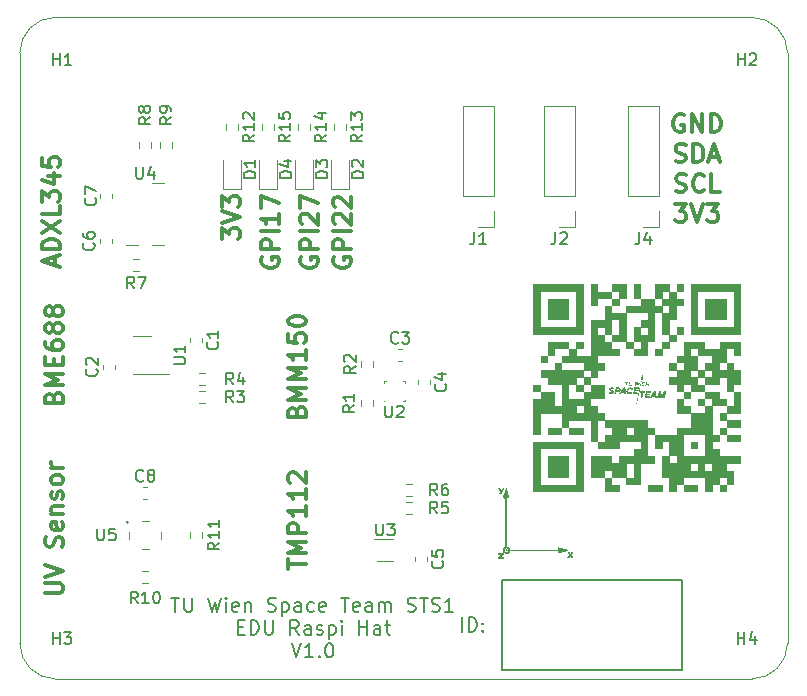
<source format=gbr>
G04 #@! TF.GenerationSoftware,KiCad,Pcbnew,(6.0.4)*
G04 #@! TF.CreationDate,2022-07-17T15:07:22+02:00*
G04 #@! TF.ProjectId,EDU_V2_Hat,4544555f-5632-45f4-9861-742e6b696361,rev?*
G04 #@! TF.SameCoordinates,Original*
G04 #@! TF.FileFunction,Legend,Top*
G04 #@! TF.FilePolarity,Positive*
%FSLAX46Y46*%
G04 Gerber Fmt 4.6, Leading zero omitted, Abs format (unit mm)*
G04 Created by KiCad (PCBNEW (6.0.4)) date 2022-07-17 15:07:22*
%MOMM*%
%LPD*%
G01*
G04 APERTURE LIST*
%ADD10C,0.300000*%
%ADD11C,0.150000*%
%ADD12C,0.200000*%
G04 #@! TA.AperFunction,Profile*
%ADD13C,0.100000*%
G04 #@! TD*
%ADD14C,0.010000*%
%ADD15C,0.120000*%
%ADD16C,0.100000*%
G04 APERTURE END LIST*
D10*
X134747142Y-69100000D02*
X134604285Y-69028571D01*
X134390000Y-69028571D01*
X134175714Y-69100000D01*
X134032857Y-69242857D01*
X133961428Y-69385714D01*
X133890000Y-69671428D01*
X133890000Y-69885714D01*
X133961428Y-70171428D01*
X134032857Y-70314285D01*
X134175714Y-70457142D01*
X134390000Y-70528571D01*
X134532857Y-70528571D01*
X134747142Y-70457142D01*
X134818571Y-70385714D01*
X134818571Y-69885714D01*
X134532857Y-69885714D01*
X135461428Y-70528571D02*
X135461428Y-69028571D01*
X136318571Y-70528571D01*
X136318571Y-69028571D01*
X137032857Y-70528571D02*
X137032857Y-69028571D01*
X137390000Y-69028571D01*
X137604285Y-69100000D01*
X137747142Y-69242857D01*
X137818571Y-69385714D01*
X137890000Y-69671428D01*
X137890000Y-69885714D01*
X137818571Y-70171428D01*
X137747142Y-70314285D01*
X137604285Y-70457142D01*
X137390000Y-70528571D01*
X137032857Y-70528571D01*
X134068571Y-72997142D02*
X134282857Y-73068571D01*
X134640000Y-73068571D01*
X134782857Y-72997142D01*
X134854285Y-72925714D01*
X134925714Y-72782857D01*
X134925714Y-72640000D01*
X134854285Y-72497142D01*
X134782857Y-72425714D01*
X134640000Y-72354285D01*
X134354285Y-72282857D01*
X134211428Y-72211428D01*
X134140000Y-72140000D01*
X134068571Y-71997142D01*
X134068571Y-71854285D01*
X134140000Y-71711428D01*
X134211428Y-71640000D01*
X134354285Y-71568571D01*
X134711428Y-71568571D01*
X134925714Y-71640000D01*
X135568571Y-73068571D02*
X135568571Y-71568571D01*
X135925714Y-71568571D01*
X136140000Y-71640000D01*
X136282857Y-71782857D01*
X136354285Y-71925714D01*
X136425714Y-72211428D01*
X136425714Y-72425714D01*
X136354285Y-72711428D01*
X136282857Y-72854285D01*
X136140000Y-72997142D01*
X135925714Y-73068571D01*
X135568571Y-73068571D01*
X136997142Y-72640000D02*
X137711428Y-72640000D01*
X136854285Y-73068571D02*
X137354285Y-71568571D01*
X137854285Y-73068571D01*
X134104285Y-75537142D02*
X134318571Y-75608571D01*
X134675714Y-75608571D01*
X134818571Y-75537142D01*
X134890000Y-75465714D01*
X134961428Y-75322857D01*
X134961428Y-75180000D01*
X134890000Y-75037142D01*
X134818571Y-74965714D01*
X134675714Y-74894285D01*
X134390000Y-74822857D01*
X134247142Y-74751428D01*
X134175714Y-74680000D01*
X134104285Y-74537142D01*
X134104285Y-74394285D01*
X134175714Y-74251428D01*
X134247142Y-74180000D01*
X134390000Y-74108571D01*
X134747142Y-74108571D01*
X134961428Y-74180000D01*
X136461428Y-75465714D02*
X136390000Y-75537142D01*
X136175714Y-75608571D01*
X136032857Y-75608571D01*
X135818571Y-75537142D01*
X135675714Y-75394285D01*
X135604285Y-75251428D01*
X135532857Y-74965714D01*
X135532857Y-74751428D01*
X135604285Y-74465714D01*
X135675714Y-74322857D01*
X135818571Y-74180000D01*
X136032857Y-74108571D01*
X136175714Y-74108571D01*
X136390000Y-74180000D01*
X136461428Y-74251428D01*
X137818571Y-75608571D02*
X137104285Y-75608571D01*
X137104285Y-74108571D01*
X134032857Y-76648571D02*
X134961428Y-76648571D01*
X134461428Y-77220000D01*
X134675714Y-77220000D01*
X134818571Y-77291428D01*
X134890000Y-77362857D01*
X134961428Y-77505714D01*
X134961428Y-77862857D01*
X134890000Y-78005714D01*
X134818571Y-78077142D01*
X134675714Y-78148571D01*
X134247142Y-78148571D01*
X134104285Y-78077142D01*
X134032857Y-78005714D01*
X135390000Y-76648571D02*
X135890000Y-78148571D01*
X136390000Y-76648571D01*
X136747142Y-76648571D02*
X137675714Y-76648571D01*
X137175714Y-77220000D01*
X137390000Y-77220000D01*
X137532857Y-77291428D01*
X137604285Y-77362857D01*
X137675714Y-77505714D01*
X137675714Y-77862857D01*
X137604285Y-78005714D01*
X137532857Y-78077142D01*
X137390000Y-78148571D01*
X136961428Y-78148571D01*
X136818571Y-78077142D01*
X136747142Y-78005714D01*
X105168000Y-81136857D02*
X105096571Y-81279714D01*
X105096571Y-81494000D01*
X105168000Y-81708285D01*
X105310857Y-81851142D01*
X105453714Y-81922571D01*
X105739428Y-81994000D01*
X105953714Y-81994000D01*
X106239428Y-81922571D01*
X106382285Y-81851142D01*
X106525142Y-81708285D01*
X106596571Y-81494000D01*
X106596571Y-81351142D01*
X106525142Y-81136857D01*
X106453714Y-81065428D01*
X105953714Y-81065428D01*
X105953714Y-81351142D01*
X106596571Y-80422571D02*
X105096571Y-80422571D01*
X105096571Y-79851142D01*
X105168000Y-79708285D01*
X105239428Y-79636857D01*
X105382285Y-79565428D01*
X105596571Y-79565428D01*
X105739428Y-79636857D01*
X105810857Y-79708285D01*
X105882285Y-79851142D01*
X105882285Y-80422571D01*
X106596571Y-78922571D02*
X105096571Y-78922571D01*
X105239428Y-78279714D02*
X105168000Y-78208285D01*
X105096571Y-78065428D01*
X105096571Y-77708285D01*
X105168000Y-77565428D01*
X105239428Y-77494000D01*
X105382285Y-77422571D01*
X105525142Y-77422571D01*
X105739428Y-77494000D01*
X106596571Y-78351142D01*
X106596571Y-77422571D01*
X105239428Y-76851142D02*
X105168000Y-76779714D01*
X105096571Y-76636857D01*
X105096571Y-76279714D01*
X105168000Y-76136857D01*
X105239428Y-76065428D01*
X105382285Y-75994000D01*
X105525142Y-75994000D01*
X105739428Y-76065428D01*
X106596571Y-76922571D01*
X106596571Y-75994000D01*
X102374000Y-81136857D02*
X102302571Y-81279714D01*
X102302571Y-81494000D01*
X102374000Y-81708285D01*
X102516857Y-81851142D01*
X102659714Y-81922571D01*
X102945428Y-81994000D01*
X103159714Y-81994000D01*
X103445428Y-81922571D01*
X103588285Y-81851142D01*
X103731142Y-81708285D01*
X103802571Y-81494000D01*
X103802571Y-81351142D01*
X103731142Y-81136857D01*
X103659714Y-81065428D01*
X103159714Y-81065428D01*
X103159714Y-81351142D01*
X103802571Y-80422571D02*
X102302571Y-80422571D01*
X102302571Y-79851142D01*
X102374000Y-79708285D01*
X102445428Y-79636857D01*
X102588285Y-79565428D01*
X102802571Y-79565428D01*
X102945428Y-79636857D01*
X103016857Y-79708285D01*
X103088285Y-79851142D01*
X103088285Y-80422571D01*
X103802571Y-78922571D02*
X102302571Y-78922571D01*
X102445428Y-78279714D02*
X102374000Y-78208285D01*
X102302571Y-78065428D01*
X102302571Y-77708285D01*
X102374000Y-77565428D01*
X102445428Y-77494000D01*
X102588285Y-77422571D01*
X102731142Y-77422571D01*
X102945428Y-77494000D01*
X103802571Y-78351142D01*
X103802571Y-77422571D01*
X102302571Y-76922571D02*
X102302571Y-75922571D01*
X103802571Y-76565428D01*
X99072000Y-81136857D02*
X99000571Y-81279714D01*
X99000571Y-81494000D01*
X99072000Y-81708285D01*
X99214857Y-81851142D01*
X99357714Y-81922571D01*
X99643428Y-81994000D01*
X99857714Y-81994000D01*
X100143428Y-81922571D01*
X100286285Y-81851142D01*
X100429142Y-81708285D01*
X100500571Y-81494000D01*
X100500571Y-81351142D01*
X100429142Y-81136857D01*
X100357714Y-81065428D01*
X99857714Y-81065428D01*
X99857714Y-81351142D01*
X100500571Y-80422571D02*
X99000571Y-80422571D01*
X99000571Y-79851142D01*
X99072000Y-79708285D01*
X99143428Y-79636857D01*
X99286285Y-79565428D01*
X99500571Y-79565428D01*
X99643428Y-79636857D01*
X99714857Y-79708285D01*
X99786285Y-79851142D01*
X99786285Y-80422571D01*
X100500571Y-78922571D02*
X99000571Y-78922571D01*
X100500571Y-77422571D02*
X100500571Y-78279714D01*
X100500571Y-77851142D02*
X99000571Y-77851142D01*
X99214857Y-77994000D01*
X99357714Y-78136857D01*
X99429142Y-78279714D01*
X99000571Y-76922571D02*
X99000571Y-75922571D01*
X100500571Y-76565428D01*
X95698571Y-79581142D02*
X95698571Y-78652571D01*
X96270000Y-79152571D01*
X96270000Y-78938285D01*
X96341428Y-78795428D01*
X96412857Y-78724000D01*
X96555714Y-78652571D01*
X96912857Y-78652571D01*
X97055714Y-78724000D01*
X97127142Y-78795428D01*
X97198571Y-78938285D01*
X97198571Y-79366857D01*
X97127142Y-79509714D01*
X97055714Y-79581142D01*
X95698571Y-78224000D02*
X97198571Y-77724000D01*
X95698571Y-77224000D01*
X95698571Y-76866857D02*
X95698571Y-75938285D01*
X96270000Y-76438285D01*
X96270000Y-76224000D01*
X96341428Y-76081142D01*
X96412857Y-76009714D01*
X96555714Y-75938285D01*
X96912857Y-75938285D01*
X97055714Y-76009714D01*
X97127142Y-76081142D01*
X97198571Y-76224000D01*
X97198571Y-76652571D01*
X97127142Y-76795428D01*
X97055714Y-76866857D01*
X81530000Y-81787428D02*
X81530000Y-81073142D01*
X81958571Y-81930285D02*
X80458571Y-81430285D01*
X81958571Y-80930285D01*
X81958571Y-80430285D02*
X80458571Y-80430285D01*
X80458571Y-80073142D01*
X80530000Y-79858857D01*
X80672857Y-79716000D01*
X80815714Y-79644571D01*
X81101428Y-79573142D01*
X81315714Y-79573142D01*
X81601428Y-79644571D01*
X81744285Y-79716000D01*
X81887142Y-79858857D01*
X81958571Y-80073142D01*
X81958571Y-80430285D01*
X80458571Y-79073142D02*
X81958571Y-78073142D01*
X80458571Y-78073142D02*
X81958571Y-79073142D01*
X81958571Y-76787428D02*
X81958571Y-77501714D01*
X80458571Y-77501714D01*
X80458571Y-76430285D02*
X80458571Y-75501714D01*
X81030000Y-76001714D01*
X81030000Y-75787428D01*
X81101428Y-75644571D01*
X81172857Y-75573142D01*
X81315714Y-75501714D01*
X81672857Y-75501714D01*
X81815714Y-75573142D01*
X81887142Y-75644571D01*
X81958571Y-75787428D01*
X81958571Y-76216000D01*
X81887142Y-76358857D01*
X81815714Y-76430285D01*
X80958571Y-74216000D02*
X81958571Y-74216000D01*
X80387142Y-74573142D02*
X81458571Y-74930285D01*
X81458571Y-74001714D01*
X80458571Y-72716000D02*
X80458571Y-73430285D01*
X81172857Y-73501714D01*
X81101428Y-73430285D01*
X81030000Y-73287428D01*
X81030000Y-72930285D01*
X81101428Y-72787428D01*
X81172857Y-72716000D01*
X81315714Y-72644571D01*
X81672857Y-72644571D01*
X81815714Y-72716000D01*
X81887142Y-72787428D01*
X81958571Y-72930285D01*
X81958571Y-73287428D01*
X81887142Y-73430285D01*
X81815714Y-73501714D01*
X102000857Y-94174000D02*
X102072285Y-93959714D01*
X102143714Y-93888285D01*
X102286571Y-93816857D01*
X102500857Y-93816857D01*
X102643714Y-93888285D01*
X102715142Y-93959714D01*
X102786571Y-94102571D01*
X102786571Y-94674000D01*
X101286571Y-94674000D01*
X101286571Y-94174000D01*
X101358000Y-94031142D01*
X101429428Y-93959714D01*
X101572285Y-93888285D01*
X101715142Y-93888285D01*
X101858000Y-93959714D01*
X101929428Y-94031142D01*
X102000857Y-94174000D01*
X102000857Y-94674000D01*
X102786571Y-93174000D02*
X101286571Y-93174000D01*
X102358000Y-92674000D01*
X101286571Y-92174000D01*
X102786571Y-92174000D01*
X102786571Y-91459714D02*
X101286571Y-91459714D01*
X102358000Y-90959714D01*
X101286571Y-90459714D01*
X102786571Y-90459714D01*
X102786571Y-88959714D02*
X102786571Y-89816857D01*
X102786571Y-89388285D02*
X101286571Y-89388285D01*
X101500857Y-89531142D01*
X101643714Y-89674000D01*
X101715142Y-89816857D01*
X101286571Y-87602571D02*
X101286571Y-88316857D01*
X102000857Y-88388285D01*
X101929428Y-88316857D01*
X101858000Y-88174000D01*
X101858000Y-87816857D01*
X101929428Y-87674000D01*
X102000857Y-87602571D01*
X102143714Y-87531142D01*
X102500857Y-87531142D01*
X102643714Y-87602571D01*
X102715142Y-87674000D01*
X102786571Y-87816857D01*
X102786571Y-88174000D01*
X102715142Y-88316857D01*
X102643714Y-88388285D01*
X101286571Y-86602571D02*
X101286571Y-86459714D01*
X101358000Y-86316857D01*
X101429428Y-86245428D01*
X101572285Y-86174000D01*
X101858000Y-86102571D01*
X102215142Y-86102571D01*
X102500857Y-86174000D01*
X102643714Y-86245428D01*
X102715142Y-86316857D01*
X102786571Y-86459714D01*
X102786571Y-86602571D01*
X102715142Y-86745428D01*
X102643714Y-86816857D01*
X102500857Y-86888285D01*
X102215142Y-86959714D01*
X101858000Y-86959714D01*
X101572285Y-86888285D01*
X101429428Y-86816857D01*
X101358000Y-86745428D01*
X101286571Y-86602571D01*
X101286571Y-107556571D02*
X101286571Y-106699428D01*
X102786571Y-107128000D02*
X101286571Y-107128000D01*
X102786571Y-106199428D02*
X101286571Y-106199428D01*
X102358000Y-105699428D01*
X101286571Y-105199428D01*
X102786571Y-105199428D01*
X102786571Y-104485142D02*
X101286571Y-104485142D01*
X101286571Y-103913714D01*
X101358000Y-103770857D01*
X101429428Y-103699428D01*
X101572285Y-103628000D01*
X101786571Y-103628000D01*
X101929428Y-103699428D01*
X102000857Y-103770857D01*
X102072285Y-103913714D01*
X102072285Y-104485142D01*
X102786571Y-102199428D02*
X102786571Y-103056571D01*
X102786571Y-102628000D02*
X101286571Y-102628000D01*
X101500857Y-102770857D01*
X101643714Y-102913714D01*
X101715142Y-103056571D01*
X102786571Y-100770857D02*
X102786571Y-101628000D01*
X102786571Y-101199428D02*
X101286571Y-101199428D01*
X101500857Y-101342285D01*
X101643714Y-101485142D01*
X101715142Y-101628000D01*
X101429428Y-100199428D02*
X101358000Y-100128000D01*
X101286571Y-99985142D01*
X101286571Y-99628000D01*
X101358000Y-99485142D01*
X101429428Y-99413714D01*
X101572285Y-99342285D01*
X101715142Y-99342285D01*
X101929428Y-99413714D01*
X102786571Y-100270857D01*
X102786571Y-99342285D01*
X81426857Y-92979428D02*
X81498285Y-92765142D01*
X81569714Y-92693714D01*
X81712571Y-92622285D01*
X81926857Y-92622285D01*
X82069714Y-92693714D01*
X82141142Y-92765142D01*
X82212571Y-92908000D01*
X82212571Y-93479428D01*
X80712571Y-93479428D01*
X80712571Y-92979428D01*
X80784000Y-92836571D01*
X80855428Y-92765142D01*
X80998285Y-92693714D01*
X81141142Y-92693714D01*
X81284000Y-92765142D01*
X81355428Y-92836571D01*
X81426857Y-92979428D01*
X81426857Y-93479428D01*
X82212571Y-91979428D02*
X80712571Y-91979428D01*
X81784000Y-91479428D01*
X80712571Y-90979428D01*
X82212571Y-90979428D01*
X81426857Y-90265142D02*
X81426857Y-89765142D01*
X82212571Y-89550857D02*
X82212571Y-90265142D01*
X80712571Y-90265142D01*
X80712571Y-89550857D01*
X80712571Y-88265142D02*
X80712571Y-88550857D01*
X80784000Y-88693714D01*
X80855428Y-88765142D01*
X81069714Y-88908000D01*
X81355428Y-88979428D01*
X81926857Y-88979428D01*
X82069714Y-88908000D01*
X82141142Y-88836571D01*
X82212571Y-88693714D01*
X82212571Y-88408000D01*
X82141142Y-88265142D01*
X82069714Y-88193714D01*
X81926857Y-88122285D01*
X81569714Y-88122285D01*
X81426857Y-88193714D01*
X81355428Y-88265142D01*
X81284000Y-88408000D01*
X81284000Y-88693714D01*
X81355428Y-88836571D01*
X81426857Y-88908000D01*
X81569714Y-88979428D01*
X81355428Y-87265142D02*
X81284000Y-87408000D01*
X81212571Y-87479428D01*
X81069714Y-87550857D01*
X80998285Y-87550857D01*
X80855428Y-87479428D01*
X80784000Y-87408000D01*
X80712571Y-87265142D01*
X80712571Y-86979428D01*
X80784000Y-86836571D01*
X80855428Y-86765142D01*
X80998285Y-86693714D01*
X81069714Y-86693714D01*
X81212571Y-86765142D01*
X81284000Y-86836571D01*
X81355428Y-86979428D01*
X81355428Y-87265142D01*
X81426857Y-87408000D01*
X81498285Y-87479428D01*
X81641142Y-87550857D01*
X81926857Y-87550857D01*
X82069714Y-87479428D01*
X82141142Y-87408000D01*
X82212571Y-87265142D01*
X82212571Y-86979428D01*
X82141142Y-86836571D01*
X82069714Y-86765142D01*
X81926857Y-86693714D01*
X81641142Y-86693714D01*
X81498285Y-86765142D01*
X81426857Y-86836571D01*
X81355428Y-86979428D01*
X81355428Y-85836571D02*
X81284000Y-85979428D01*
X81212571Y-86050857D01*
X81069714Y-86122285D01*
X80998285Y-86122285D01*
X80855428Y-86050857D01*
X80784000Y-85979428D01*
X80712571Y-85836571D01*
X80712571Y-85550857D01*
X80784000Y-85408000D01*
X80855428Y-85336571D01*
X80998285Y-85265142D01*
X81069714Y-85265142D01*
X81212571Y-85336571D01*
X81284000Y-85408000D01*
X81355428Y-85550857D01*
X81355428Y-85836571D01*
X81426857Y-85979428D01*
X81498285Y-86050857D01*
X81641142Y-86122285D01*
X81926857Y-86122285D01*
X82069714Y-86050857D01*
X82141142Y-85979428D01*
X82212571Y-85836571D01*
X82212571Y-85550857D01*
X82141142Y-85408000D01*
X82069714Y-85336571D01*
X81926857Y-85265142D01*
X81641142Y-85265142D01*
X81498285Y-85336571D01*
X81426857Y-85408000D01*
X81355428Y-85550857D01*
X80712571Y-109568571D02*
X81926857Y-109568571D01*
X82069714Y-109497142D01*
X82141142Y-109425714D01*
X82212571Y-109282857D01*
X82212571Y-108997142D01*
X82141142Y-108854285D01*
X82069714Y-108782857D01*
X81926857Y-108711428D01*
X80712571Y-108711428D01*
X80712571Y-108211428D02*
X82212571Y-107711428D01*
X80712571Y-107211428D01*
X82141142Y-105640000D02*
X82212571Y-105425714D01*
X82212571Y-105068571D01*
X82141142Y-104925714D01*
X82069714Y-104854285D01*
X81926857Y-104782857D01*
X81784000Y-104782857D01*
X81641142Y-104854285D01*
X81569714Y-104925714D01*
X81498285Y-105068571D01*
X81426857Y-105354285D01*
X81355428Y-105497142D01*
X81284000Y-105568571D01*
X81141142Y-105640000D01*
X80998285Y-105640000D01*
X80855428Y-105568571D01*
X80784000Y-105497142D01*
X80712571Y-105354285D01*
X80712571Y-104997142D01*
X80784000Y-104782857D01*
X82141142Y-103568571D02*
X82212571Y-103711428D01*
X82212571Y-103997142D01*
X82141142Y-104140000D01*
X81998285Y-104211428D01*
X81426857Y-104211428D01*
X81284000Y-104140000D01*
X81212571Y-103997142D01*
X81212571Y-103711428D01*
X81284000Y-103568571D01*
X81426857Y-103497142D01*
X81569714Y-103497142D01*
X81712571Y-104211428D01*
X81212571Y-102854285D02*
X82212571Y-102854285D01*
X81355428Y-102854285D02*
X81284000Y-102782857D01*
X81212571Y-102640000D01*
X81212571Y-102425714D01*
X81284000Y-102282857D01*
X81426857Y-102211428D01*
X82212571Y-102211428D01*
X82141142Y-101568571D02*
X82212571Y-101425714D01*
X82212571Y-101140000D01*
X82141142Y-100997142D01*
X81998285Y-100925714D01*
X81926857Y-100925714D01*
X81784000Y-100997142D01*
X81712571Y-101140000D01*
X81712571Y-101354285D01*
X81641142Y-101497142D01*
X81498285Y-101568571D01*
X81426857Y-101568571D01*
X81284000Y-101497142D01*
X81212571Y-101354285D01*
X81212571Y-101140000D01*
X81284000Y-100997142D01*
X82212571Y-100068571D02*
X82141142Y-100211428D01*
X82069714Y-100282857D01*
X81926857Y-100354285D01*
X81498285Y-100354285D01*
X81355428Y-100282857D01*
X81284000Y-100211428D01*
X81212571Y-100068571D01*
X81212571Y-99854285D01*
X81284000Y-99711428D01*
X81355428Y-99640000D01*
X81498285Y-99568571D01*
X81926857Y-99568571D01*
X82069714Y-99640000D01*
X82141142Y-99711428D01*
X82212571Y-99854285D01*
X82212571Y-100068571D01*
X82212571Y-98925714D02*
X81212571Y-98925714D01*
X81498285Y-98925714D02*
X81355428Y-98854285D01*
X81284000Y-98782857D01*
X81212571Y-98640000D01*
X81212571Y-98497142D01*
D11*
X119380000Y-108458000D02*
X134620000Y-108458000D01*
X119380000Y-116078000D02*
X119380000Y-108458000D01*
X134620000Y-108458000D02*
X134620000Y-116078000D01*
X134630000Y-116088000D02*
X119390000Y-116088000D01*
D12*
X91378000Y-109932857D02*
X92063714Y-109932857D01*
X91720857Y-111132857D02*
X91720857Y-109932857D01*
X92463714Y-109932857D02*
X92463714Y-110904285D01*
X92520857Y-111018571D01*
X92578000Y-111075714D01*
X92692285Y-111132857D01*
X92920857Y-111132857D01*
X93035142Y-111075714D01*
X93092285Y-111018571D01*
X93149428Y-110904285D01*
X93149428Y-109932857D01*
X94520857Y-109932857D02*
X94806571Y-111132857D01*
X95035142Y-110275714D01*
X95263714Y-111132857D01*
X95549428Y-109932857D01*
X96006571Y-111132857D02*
X96006571Y-110332857D01*
X96006571Y-109932857D02*
X95949428Y-109990000D01*
X96006571Y-110047142D01*
X96063714Y-109990000D01*
X96006571Y-109932857D01*
X96006571Y-110047142D01*
X97035142Y-111075714D02*
X96920857Y-111132857D01*
X96692285Y-111132857D01*
X96578000Y-111075714D01*
X96520857Y-110961428D01*
X96520857Y-110504285D01*
X96578000Y-110390000D01*
X96692285Y-110332857D01*
X96920857Y-110332857D01*
X97035142Y-110390000D01*
X97092285Y-110504285D01*
X97092285Y-110618571D01*
X96520857Y-110732857D01*
X97606571Y-110332857D02*
X97606571Y-111132857D01*
X97606571Y-110447142D02*
X97663714Y-110390000D01*
X97778000Y-110332857D01*
X97949428Y-110332857D01*
X98063714Y-110390000D01*
X98120857Y-110504285D01*
X98120857Y-111132857D01*
X99549428Y-111075714D02*
X99720857Y-111132857D01*
X100006571Y-111132857D01*
X100120857Y-111075714D01*
X100178000Y-111018571D01*
X100235142Y-110904285D01*
X100235142Y-110790000D01*
X100178000Y-110675714D01*
X100120857Y-110618571D01*
X100006571Y-110561428D01*
X99778000Y-110504285D01*
X99663714Y-110447142D01*
X99606571Y-110390000D01*
X99549428Y-110275714D01*
X99549428Y-110161428D01*
X99606571Y-110047142D01*
X99663714Y-109990000D01*
X99778000Y-109932857D01*
X100063714Y-109932857D01*
X100235142Y-109990000D01*
X100749428Y-110332857D02*
X100749428Y-111532857D01*
X100749428Y-110390000D02*
X100863714Y-110332857D01*
X101092285Y-110332857D01*
X101206571Y-110390000D01*
X101263714Y-110447142D01*
X101320857Y-110561428D01*
X101320857Y-110904285D01*
X101263714Y-111018571D01*
X101206571Y-111075714D01*
X101092285Y-111132857D01*
X100863714Y-111132857D01*
X100749428Y-111075714D01*
X102349428Y-111132857D02*
X102349428Y-110504285D01*
X102292285Y-110390000D01*
X102178000Y-110332857D01*
X101949428Y-110332857D01*
X101835142Y-110390000D01*
X102349428Y-111075714D02*
X102235142Y-111132857D01*
X101949428Y-111132857D01*
X101835142Y-111075714D01*
X101778000Y-110961428D01*
X101778000Y-110847142D01*
X101835142Y-110732857D01*
X101949428Y-110675714D01*
X102235142Y-110675714D01*
X102349428Y-110618571D01*
X103435142Y-111075714D02*
X103320857Y-111132857D01*
X103092285Y-111132857D01*
X102978000Y-111075714D01*
X102920857Y-111018571D01*
X102863714Y-110904285D01*
X102863714Y-110561428D01*
X102920857Y-110447142D01*
X102978000Y-110390000D01*
X103092285Y-110332857D01*
X103320857Y-110332857D01*
X103435142Y-110390000D01*
X104406571Y-111075714D02*
X104292285Y-111132857D01*
X104063714Y-111132857D01*
X103949428Y-111075714D01*
X103892285Y-110961428D01*
X103892285Y-110504285D01*
X103949428Y-110390000D01*
X104063714Y-110332857D01*
X104292285Y-110332857D01*
X104406571Y-110390000D01*
X104463714Y-110504285D01*
X104463714Y-110618571D01*
X103892285Y-110732857D01*
X105720857Y-109932857D02*
X106406571Y-109932857D01*
X106063714Y-111132857D02*
X106063714Y-109932857D01*
X107263714Y-111075714D02*
X107149428Y-111132857D01*
X106920857Y-111132857D01*
X106806571Y-111075714D01*
X106749428Y-110961428D01*
X106749428Y-110504285D01*
X106806571Y-110390000D01*
X106920857Y-110332857D01*
X107149428Y-110332857D01*
X107263714Y-110390000D01*
X107320857Y-110504285D01*
X107320857Y-110618571D01*
X106749428Y-110732857D01*
X108349428Y-111132857D02*
X108349428Y-110504285D01*
X108292285Y-110390000D01*
X108178000Y-110332857D01*
X107949428Y-110332857D01*
X107835142Y-110390000D01*
X108349428Y-111075714D02*
X108235142Y-111132857D01*
X107949428Y-111132857D01*
X107835142Y-111075714D01*
X107778000Y-110961428D01*
X107778000Y-110847142D01*
X107835142Y-110732857D01*
X107949428Y-110675714D01*
X108235142Y-110675714D01*
X108349428Y-110618571D01*
X108920857Y-111132857D02*
X108920857Y-110332857D01*
X108920857Y-110447142D02*
X108978000Y-110390000D01*
X109092285Y-110332857D01*
X109263714Y-110332857D01*
X109378000Y-110390000D01*
X109435142Y-110504285D01*
X109435142Y-111132857D01*
X109435142Y-110504285D02*
X109492285Y-110390000D01*
X109606571Y-110332857D01*
X109778000Y-110332857D01*
X109892285Y-110390000D01*
X109949428Y-110504285D01*
X109949428Y-111132857D01*
X111378000Y-111075714D02*
X111549428Y-111132857D01*
X111835142Y-111132857D01*
X111949428Y-111075714D01*
X112006571Y-111018571D01*
X112063714Y-110904285D01*
X112063714Y-110790000D01*
X112006571Y-110675714D01*
X111949428Y-110618571D01*
X111835142Y-110561428D01*
X111606571Y-110504285D01*
X111492285Y-110447142D01*
X111435142Y-110390000D01*
X111378000Y-110275714D01*
X111378000Y-110161428D01*
X111435142Y-110047142D01*
X111492285Y-109990000D01*
X111606571Y-109932857D01*
X111892285Y-109932857D01*
X112063714Y-109990000D01*
X112406571Y-109932857D02*
X113092285Y-109932857D01*
X112749428Y-111132857D02*
X112749428Y-109932857D01*
X113435142Y-111075714D02*
X113606571Y-111132857D01*
X113892285Y-111132857D01*
X114006571Y-111075714D01*
X114063714Y-111018571D01*
X114120857Y-110904285D01*
X114120857Y-110790000D01*
X114063714Y-110675714D01*
X114006571Y-110618571D01*
X113892285Y-110561428D01*
X113663714Y-110504285D01*
X113549428Y-110447142D01*
X113492285Y-110390000D01*
X113435142Y-110275714D01*
X113435142Y-110161428D01*
X113492285Y-110047142D01*
X113549428Y-109990000D01*
X113663714Y-109932857D01*
X113949428Y-109932857D01*
X114120857Y-109990000D01*
X115263714Y-111132857D02*
X114578000Y-111132857D01*
X114920857Y-111132857D02*
X114920857Y-109932857D01*
X114806571Y-110104285D01*
X114692285Y-110218571D01*
X114578000Y-110275714D01*
X97006571Y-112436285D02*
X97406571Y-112436285D01*
X97578000Y-113064857D02*
X97006571Y-113064857D01*
X97006571Y-111864857D01*
X97578000Y-111864857D01*
X98092285Y-113064857D02*
X98092285Y-111864857D01*
X98378000Y-111864857D01*
X98549428Y-111922000D01*
X98663714Y-112036285D01*
X98720857Y-112150571D01*
X98778000Y-112379142D01*
X98778000Y-112550571D01*
X98720857Y-112779142D01*
X98663714Y-112893428D01*
X98549428Y-113007714D01*
X98378000Y-113064857D01*
X98092285Y-113064857D01*
X99292285Y-111864857D02*
X99292285Y-112836285D01*
X99349428Y-112950571D01*
X99406571Y-113007714D01*
X99520857Y-113064857D01*
X99749428Y-113064857D01*
X99863714Y-113007714D01*
X99920857Y-112950571D01*
X99978000Y-112836285D01*
X99978000Y-111864857D01*
X102149428Y-113064857D02*
X101749428Y-112493428D01*
X101463714Y-113064857D02*
X101463714Y-111864857D01*
X101920857Y-111864857D01*
X102035142Y-111922000D01*
X102092285Y-111979142D01*
X102149428Y-112093428D01*
X102149428Y-112264857D01*
X102092285Y-112379142D01*
X102035142Y-112436285D01*
X101920857Y-112493428D01*
X101463714Y-112493428D01*
X103178000Y-113064857D02*
X103178000Y-112436285D01*
X103120857Y-112322000D01*
X103006571Y-112264857D01*
X102778000Y-112264857D01*
X102663714Y-112322000D01*
X103178000Y-113007714D02*
X103063714Y-113064857D01*
X102778000Y-113064857D01*
X102663714Y-113007714D01*
X102606571Y-112893428D01*
X102606571Y-112779142D01*
X102663714Y-112664857D01*
X102778000Y-112607714D01*
X103063714Y-112607714D01*
X103178000Y-112550571D01*
X103692285Y-113007714D02*
X103806571Y-113064857D01*
X104035142Y-113064857D01*
X104149428Y-113007714D01*
X104206571Y-112893428D01*
X104206571Y-112836285D01*
X104149428Y-112722000D01*
X104035142Y-112664857D01*
X103863714Y-112664857D01*
X103749428Y-112607714D01*
X103692285Y-112493428D01*
X103692285Y-112436285D01*
X103749428Y-112322000D01*
X103863714Y-112264857D01*
X104035142Y-112264857D01*
X104149428Y-112322000D01*
X104720857Y-112264857D02*
X104720857Y-113464857D01*
X104720857Y-112322000D02*
X104835142Y-112264857D01*
X105063714Y-112264857D01*
X105178000Y-112322000D01*
X105235142Y-112379142D01*
X105292285Y-112493428D01*
X105292285Y-112836285D01*
X105235142Y-112950571D01*
X105178000Y-113007714D01*
X105063714Y-113064857D01*
X104835142Y-113064857D01*
X104720857Y-113007714D01*
X105806571Y-113064857D02*
X105806571Y-112264857D01*
X105806571Y-111864857D02*
X105749428Y-111922000D01*
X105806571Y-111979142D01*
X105863714Y-111922000D01*
X105806571Y-111864857D01*
X105806571Y-111979142D01*
X107292285Y-113064857D02*
X107292285Y-111864857D01*
X107292285Y-112436285D02*
X107978000Y-112436285D01*
X107978000Y-113064857D02*
X107978000Y-111864857D01*
X109063714Y-113064857D02*
X109063714Y-112436285D01*
X109006571Y-112322000D01*
X108892285Y-112264857D01*
X108663714Y-112264857D01*
X108549428Y-112322000D01*
X109063714Y-113007714D02*
X108949428Y-113064857D01*
X108663714Y-113064857D01*
X108549428Y-113007714D01*
X108492285Y-112893428D01*
X108492285Y-112779142D01*
X108549428Y-112664857D01*
X108663714Y-112607714D01*
X108949428Y-112607714D01*
X109063714Y-112550571D01*
X109463714Y-112264857D02*
X109920857Y-112264857D01*
X109635142Y-111864857D02*
X109635142Y-112893428D01*
X109692285Y-113007714D01*
X109806571Y-113064857D01*
X109920857Y-113064857D01*
X101549428Y-113796857D02*
X101949428Y-114996857D01*
X102349428Y-113796857D01*
X103378000Y-114996857D02*
X102692285Y-114996857D01*
X103035142Y-114996857D02*
X103035142Y-113796857D01*
X102920857Y-113968285D01*
X102806571Y-114082571D01*
X102692285Y-114139714D01*
X103892285Y-114882571D02*
X103949428Y-114939714D01*
X103892285Y-114996857D01*
X103835142Y-114939714D01*
X103892285Y-114882571D01*
X103892285Y-114996857D01*
X104692285Y-113796857D02*
X104806571Y-113796857D01*
X104920857Y-113854000D01*
X104978000Y-113911142D01*
X105035142Y-114025428D01*
X105092285Y-114254000D01*
X105092285Y-114539714D01*
X105035142Y-114768285D01*
X104978000Y-114882571D01*
X104920857Y-114939714D01*
X104806571Y-114996857D01*
X104692285Y-114996857D01*
X104578000Y-114939714D01*
X104520857Y-114882571D01*
X104463714Y-114768285D01*
X104406571Y-114539714D01*
X104406571Y-114254000D01*
X104463714Y-114025428D01*
X104520857Y-113911142D01*
X104578000Y-113854000D01*
X104692285Y-113796857D01*
X115964285Y-112820857D02*
X115964285Y-111620857D01*
X116535714Y-112820857D02*
X116535714Y-111620857D01*
X116821428Y-111620857D01*
X116992857Y-111678000D01*
X117107142Y-111792285D01*
X117164285Y-111906571D01*
X117221428Y-112135142D01*
X117221428Y-112306571D01*
X117164285Y-112535142D01*
X117107142Y-112649428D01*
X116992857Y-112763714D01*
X116821428Y-112820857D01*
X116535714Y-112820857D01*
X117735714Y-112706571D02*
X117792857Y-112763714D01*
X117735714Y-112820857D01*
X117678571Y-112763714D01*
X117735714Y-112706571D01*
X117735714Y-112820857D01*
X117735714Y-112078000D02*
X117792857Y-112135142D01*
X117735714Y-112192285D01*
X117678571Y-112135142D01*
X117735714Y-112078000D01*
X117735714Y-112192285D01*
D13*
X143546356Y-113817611D02*
X143546356Y-63817611D01*
X78546356Y-63817611D02*
X78546356Y-113817611D01*
X140546356Y-116817556D02*
G75*
G03*
X143546351Y-113822847I44J2999956D01*
G01*
X140546356Y-60817611D02*
X81546356Y-60817611D01*
X81546356Y-116817611D02*
X140546356Y-116817611D01*
X143546389Y-63817611D02*
G75*
G03*
X140546356Y-60817611I-2999989J11D01*
G01*
X81546356Y-60817556D02*
G75*
G03*
X78546356Y-63817611I44J-3000044D01*
G01*
X78546389Y-113817611D02*
G75*
G03*
X81546356Y-116817611I3000011J11D01*
G01*
D11*
X81338095Y-64852380D02*
X81338095Y-63852380D01*
X81338095Y-64328571D02*
X81909523Y-64328571D01*
X81909523Y-64852380D02*
X81909523Y-63852380D01*
X82909523Y-64852380D02*
X82338095Y-64852380D01*
X82623809Y-64852380D02*
X82623809Y-63852380D01*
X82528571Y-63995238D01*
X82433333Y-64090476D01*
X82338095Y-64138095D01*
X139338095Y-64872380D02*
X139338095Y-63872380D01*
X139338095Y-64348571D02*
X139909523Y-64348571D01*
X139909523Y-64872380D02*
X139909523Y-63872380D01*
X140338095Y-63967619D02*
X140385714Y-63920000D01*
X140480952Y-63872380D01*
X140719047Y-63872380D01*
X140814285Y-63920000D01*
X140861904Y-63967619D01*
X140909523Y-64062857D01*
X140909523Y-64158095D01*
X140861904Y-64300952D01*
X140290476Y-64872380D01*
X140909523Y-64872380D01*
X81338095Y-113862380D02*
X81338095Y-112862380D01*
X81338095Y-113338571D02*
X81909523Y-113338571D01*
X81909523Y-113862380D02*
X81909523Y-112862380D01*
X82290476Y-112862380D02*
X82909523Y-112862380D01*
X82576190Y-113243333D01*
X82719047Y-113243333D01*
X82814285Y-113290952D01*
X82861904Y-113338571D01*
X82909523Y-113433809D01*
X82909523Y-113671904D01*
X82861904Y-113767142D01*
X82814285Y-113814761D01*
X82719047Y-113862380D01*
X82433333Y-113862380D01*
X82338095Y-113814761D01*
X82290476Y-113767142D01*
X139328095Y-113852380D02*
X139328095Y-112852380D01*
X139328095Y-113328571D02*
X139899523Y-113328571D01*
X139899523Y-113852380D02*
X139899523Y-112852380D01*
X140804285Y-113185714D02*
X140804285Y-113852380D01*
X140566190Y-112804761D02*
X140328095Y-113519047D01*
X140947142Y-113519047D01*
X106878380Y-93638666D02*
X106402190Y-93972000D01*
X106878380Y-94210095D02*
X105878380Y-94210095D01*
X105878380Y-93829142D01*
X105926000Y-93733904D01*
X105973619Y-93686285D01*
X106068857Y-93638666D01*
X106211714Y-93638666D01*
X106306952Y-93686285D01*
X106354571Y-93733904D01*
X106402190Y-93829142D01*
X106402190Y-94210095D01*
X106878380Y-92686285D02*
X106878380Y-93257714D01*
X106878380Y-92972000D02*
X105878380Y-92972000D01*
X106021238Y-93067238D01*
X106116476Y-93162476D01*
X106164095Y-93257714D01*
X98402380Y-70746857D02*
X97926190Y-71080190D01*
X98402380Y-71318285D02*
X97402380Y-71318285D01*
X97402380Y-70937333D01*
X97450000Y-70842095D01*
X97497619Y-70794476D01*
X97592857Y-70746857D01*
X97735714Y-70746857D01*
X97830952Y-70794476D01*
X97878571Y-70842095D01*
X97926190Y-70937333D01*
X97926190Y-71318285D01*
X98402380Y-69794476D02*
X98402380Y-70365904D01*
X98402380Y-70080190D02*
X97402380Y-70080190D01*
X97545238Y-70175428D01*
X97640476Y-70270666D01*
X97688095Y-70365904D01*
X97497619Y-69413523D02*
X97450000Y-69365904D01*
X97402380Y-69270666D01*
X97402380Y-69032571D01*
X97450000Y-68937333D01*
X97497619Y-68889714D01*
X97592857Y-68842095D01*
X97688095Y-68842095D01*
X97830952Y-68889714D01*
X98402380Y-69461142D01*
X98402380Y-68842095D01*
X113879333Y-102814380D02*
X113546000Y-102338190D01*
X113307904Y-102814380D02*
X113307904Y-101814380D01*
X113688857Y-101814380D01*
X113784095Y-101862000D01*
X113831714Y-101909619D01*
X113879333Y-102004857D01*
X113879333Y-102147714D01*
X113831714Y-102242952D01*
X113784095Y-102290571D01*
X113688857Y-102338190D01*
X113307904Y-102338190D01*
X114784095Y-101814380D02*
X114307904Y-101814380D01*
X114260285Y-102290571D01*
X114307904Y-102242952D01*
X114403142Y-102195333D01*
X114641238Y-102195333D01*
X114736476Y-102242952D01*
X114784095Y-102290571D01*
X114831714Y-102385809D01*
X114831714Y-102623904D01*
X114784095Y-102719142D01*
X114736476Y-102766761D01*
X114641238Y-102814380D01*
X114403142Y-102814380D01*
X114307904Y-102766761D01*
X114260285Y-102719142D01*
X104592380Y-74398095D02*
X103592380Y-74398095D01*
X103592380Y-74160000D01*
X103640000Y-74017142D01*
X103735238Y-73921904D01*
X103830476Y-73874285D01*
X104020952Y-73826666D01*
X104163809Y-73826666D01*
X104354285Y-73874285D01*
X104449523Y-73921904D01*
X104544761Y-74017142D01*
X104592380Y-74160000D01*
X104592380Y-74398095D01*
X103592380Y-73493333D02*
X103592380Y-72874285D01*
X103973333Y-73207619D01*
X103973333Y-73064761D01*
X104020952Y-72969523D01*
X104068571Y-72921904D01*
X104163809Y-72874285D01*
X104401904Y-72874285D01*
X104497142Y-72921904D01*
X104544761Y-72969523D01*
X104592380Y-73064761D01*
X104592380Y-73350476D01*
X104544761Y-73445714D01*
X104497142Y-73493333D01*
X91564380Y-90169904D02*
X92373904Y-90169904D01*
X92469142Y-90122285D01*
X92516761Y-90074666D01*
X92564380Y-89979428D01*
X92564380Y-89788952D01*
X92516761Y-89693714D01*
X92469142Y-89646095D01*
X92373904Y-89598476D01*
X91564380Y-89598476D01*
X92564380Y-88598476D02*
X92564380Y-89169904D01*
X92564380Y-88884190D02*
X91564380Y-88884190D01*
X91707238Y-88979428D01*
X91802476Y-89074666D01*
X91850095Y-89169904D01*
X84779142Y-79922666D02*
X84826761Y-79970285D01*
X84874380Y-80113142D01*
X84874380Y-80208380D01*
X84826761Y-80351238D01*
X84731523Y-80446476D01*
X84636285Y-80494095D01*
X84445809Y-80541714D01*
X84302952Y-80541714D01*
X84112476Y-80494095D01*
X84017238Y-80446476D01*
X83922000Y-80351238D01*
X83874380Y-80208380D01*
X83874380Y-80113142D01*
X83922000Y-79970285D01*
X83969619Y-79922666D01*
X83874380Y-79065523D02*
X83874380Y-79256000D01*
X83922000Y-79351238D01*
X83969619Y-79398857D01*
X84112476Y-79494095D01*
X84302952Y-79541714D01*
X84683904Y-79541714D01*
X84779142Y-79494095D01*
X84826761Y-79446476D01*
X84874380Y-79351238D01*
X84874380Y-79160761D01*
X84826761Y-79065523D01*
X84779142Y-79017904D01*
X84683904Y-78970285D01*
X84445809Y-78970285D01*
X84350571Y-79017904D01*
X84302952Y-79065523D01*
X84255333Y-79160761D01*
X84255333Y-79351238D01*
X84302952Y-79446476D01*
X84350571Y-79494095D01*
X84445809Y-79541714D01*
X107640380Y-74398095D02*
X106640380Y-74398095D01*
X106640380Y-74160000D01*
X106688000Y-74017142D01*
X106783238Y-73921904D01*
X106878476Y-73874285D01*
X107068952Y-73826666D01*
X107211809Y-73826666D01*
X107402285Y-73874285D01*
X107497523Y-73921904D01*
X107592761Y-74017142D01*
X107640380Y-74160000D01*
X107640380Y-74398095D01*
X106735619Y-73445714D02*
X106688000Y-73398095D01*
X106640380Y-73302857D01*
X106640380Y-73064761D01*
X106688000Y-72969523D01*
X106735619Y-72921904D01*
X106830857Y-72874285D01*
X106926095Y-72874285D01*
X107068952Y-72921904D01*
X107640380Y-73493333D01*
X107640380Y-72874285D01*
X104498380Y-70746857D02*
X104022190Y-71080190D01*
X104498380Y-71318285D02*
X103498380Y-71318285D01*
X103498380Y-70937333D01*
X103546000Y-70842095D01*
X103593619Y-70794476D01*
X103688857Y-70746857D01*
X103831714Y-70746857D01*
X103926952Y-70794476D01*
X103974571Y-70842095D01*
X104022190Y-70937333D01*
X104022190Y-71318285D01*
X104498380Y-69794476D02*
X104498380Y-70365904D01*
X104498380Y-70080190D02*
X103498380Y-70080190D01*
X103641238Y-70175428D01*
X103736476Y-70270666D01*
X103784095Y-70365904D01*
X103831714Y-68937333D02*
X104498380Y-68937333D01*
X103450761Y-69175428D02*
X104165047Y-69413523D01*
X104165047Y-68794476D01*
X117024666Y-79008380D02*
X117024666Y-79722666D01*
X116977047Y-79865523D01*
X116881809Y-79960761D01*
X116738952Y-80008380D01*
X116643714Y-80008380D01*
X118024666Y-80008380D02*
X117453238Y-80008380D01*
X117738952Y-80008380D02*
X117738952Y-79008380D01*
X117643714Y-79151238D01*
X117548476Y-79246476D01*
X117453238Y-79294095D01*
X88511142Y-110434380D02*
X88177809Y-109958190D01*
X87939714Y-110434380D02*
X87939714Y-109434380D01*
X88320666Y-109434380D01*
X88415904Y-109482000D01*
X88463523Y-109529619D01*
X88511142Y-109624857D01*
X88511142Y-109767714D01*
X88463523Y-109862952D01*
X88415904Y-109910571D01*
X88320666Y-109958190D01*
X87939714Y-109958190D01*
X89463523Y-110434380D02*
X88892095Y-110434380D01*
X89177809Y-110434380D02*
X89177809Y-109434380D01*
X89082571Y-109577238D01*
X88987333Y-109672476D01*
X88892095Y-109720095D01*
X90082571Y-109434380D02*
X90177809Y-109434380D01*
X90273047Y-109482000D01*
X90320666Y-109529619D01*
X90368285Y-109624857D01*
X90415904Y-109815333D01*
X90415904Y-110053428D01*
X90368285Y-110243904D01*
X90320666Y-110339142D01*
X90273047Y-110386761D01*
X90177809Y-110434380D01*
X90082571Y-110434380D01*
X89987333Y-110386761D01*
X89939714Y-110339142D01*
X89892095Y-110243904D01*
X89844476Y-110053428D01*
X89844476Y-109815333D01*
X89892095Y-109624857D01*
X89939714Y-109529619D01*
X89987333Y-109482000D01*
X90082571Y-109434380D01*
X96607333Y-91892380D02*
X96274000Y-91416190D01*
X96035904Y-91892380D02*
X96035904Y-90892380D01*
X96416857Y-90892380D01*
X96512095Y-90940000D01*
X96559714Y-90987619D01*
X96607333Y-91082857D01*
X96607333Y-91225714D01*
X96559714Y-91320952D01*
X96512095Y-91368571D01*
X96416857Y-91416190D01*
X96035904Y-91416190D01*
X97464476Y-91225714D02*
X97464476Y-91892380D01*
X97226380Y-90844761D02*
X96988285Y-91559047D01*
X97607333Y-91559047D01*
X88987333Y-100019142D02*
X88939714Y-100066761D01*
X88796857Y-100114380D01*
X88701619Y-100114380D01*
X88558761Y-100066761D01*
X88463523Y-99971523D01*
X88415904Y-99876285D01*
X88368285Y-99685809D01*
X88368285Y-99542952D01*
X88415904Y-99352476D01*
X88463523Y-99257238D01*
X88558761Y-99162000D01*
X88701619Y-99114380D01*
X88796857Y-99114380D01*
X88939714Y-99162000D01*
X88987333Y-99209619D01*
X89558761Y-99542952D02*
X89463523Y-99495333D01*
X89415904Y-99447714D01*
X89368285Y-99352476D01*
X89368285Y-99304857D01*
X89415904Y-99209619D01*
X89463523Y-99162000D01*
X89558761Y-99114380D01*
X89749238Y-99114380D01*
X89844476Y-99162000D01*
X89892095Y-99209619D01*
X89939714Y-99304857D01*
X89939714Y-99352476D01*
X89892095Y-99447714D01*
X89844476Y-99495333D01*
X89749238Y-99542952D01*
X89558761Y-99542952D01*
X89463523Y-99590571D01*
X89415904Y-99638190D01*
X89368285Y-99733428D01*
X89368285Y-99923904D01*
X89415904Y-100019142D01*
X89463523Y-100066761D01*
X89558761Y-100114380D01*
X89749238Y-100114380D01*
X89844476Y-100066761D01*
X89892095Y-100019142D01*
X89939714Y-99923904D01*
X89939714Y-99733428D01*
X89892095Y-99638190D01*
X89844476Y-99590571D01*
X89749238Y-99542952D01*
X101450380Y-70746857D02*
X100974190Y-71080190D01*
X101450380Y-71318285D02*
X100450380Y-71318285D01*
X100450380Y-70937333D01*
X100498000Y-70842095D01*
X100545619Y-70794476D01*
X100640857Y-70746857D01*
X100783714Y-70746857D01*
X100878952Y-70794476D01*
X100926571Y-70842095D01*
X100974190Y-70937333D01*
X100974190Y-71318285D01*
X101450380Y-69794476D02*
X101450380Y-70365904D01*
X101450380Y-70080190D02*
X100450380Y-70080190D01*
X100593238Y-70175428D01*
X100688476Y-70270666D01*
X100736095Y-70365904D01*
X100450380Y-68889714D02*
X100450380Y-69365904D01*
X100926571Y-69413523D01*
X100878952Y-69365904D01*
X100831333Y-69270666D01*
X100831333Y-69032571D01*
X100878952Y-68937333D01*
X100926571Y-68889714D01*
X101021809Y-68842095D01*
X101259904Y-68842095D01*
X101355142Y-68889714D01*
X101402761Y-68937333D01*
X101450380Y-69032571D01*
X101450380Y-69270666D01*
X101402761Y-69365904D01*
X101355142Y-69413523D01*
X88392095Y-73472380D02*
X88392095Y-74281904D01*
X88439714Y-74377142D01*
X88487333Y-74424761D01*
X88582571Y-74472380D01*
X88773047Y-74472380D01*
X88868285Y-74424761D01*
X88915904Y-74377142D01*
X88963523Y-74281904D01*
X88963523Y-73472380D01*
X89868285Y-73805714D02*
X89868285Y-74472380D01*
X89630190Y-73424761D02*
X89392095Y-74139047D01*
X90011142Y-74139047D01*
X84939142Y-76112666D02*
X84986761Y-76160285D01*
X85034380Y-76303142D01*
X85034380Y-76398380D01*
X84986761Y-76541238D01*
X84891523Y-76636476D01*
X84796285Y-76684095D01*
X84605809Y-76731714D01*
X84462952Y-76731714D01*
X84272476Y-76684095D01*
X84177238Y-76636476D01*
X84082000Y-76541238D01*
X84034380Y-76398380D01*
X84034380Y-76303142D01*
X84082000Y-76160285D01*
X84129619Y-76112666D01*
X84034380Y-75779333D02*
X84034380Y-75112666D01*
X85034380Y-75541238D01*
X88225333Y-83764380D02*
X87892000Y-83288190D01*
X87653904Y-83764380D02*
X87653904Y-82764380D01*
X88034857Y-82764380D01*
X88130095Y-82812000D01*
X88177714Y-82859619D01*
X88225333Y-82954857D01*
X88225333Y-83097714D01*
X88177714Y-83192952D01*
X88130095Y-83240571D01*
X88034857Y-83288190D01*
X87653904Y-83288190D01*
X88558666Y-82764380D02*
X89225333Y-82764380D01*
X88796761Y-83764380D01*
X106972380Y-90336666D02*
X106496190Y-90670000D01*
X106972380Y-90908095D02*
X105972380Y-90908095D01*
X105972380Y-90527142D01*
X106020000Y-90431904D01*
X106067619Y-90384285D01*
X106162857Y-90336666D01*
X106305714Y-90336666D01*
X106400952Y-90384285D01*
X106448571Y-90431904D01*
X106496190Y-90527142D01*
X106496190Y-90908095D01*
X106067619Y-89955714D02*
X106020000Y-89908095D01*
X105972380Y-89812857D01*
X105972380Y-89574761D01*
X106020000Y-89479523D01*
X106067619Y-89431904D01*
X106162857Y-89384285D01*
X106258095Y-89384285D01*
X106400952Y-89431904D01*
X106972380Y-90003333D01*
X106972380Y-89384285D01*
X108712095Y-103670380D02*
X108712095Y-104479904D01*
X108759714Y-104575142D01*
X108807333Y-104622761D01*
X108902571Y-104670380D01*
X109093047Y-104670380D01*
X109188285Y-104622761D01*
X109235904Y-104575142D01*
X109283523Y-104479904D01*
X109283523Y-103670380D01*
X109664476Y-103670380D02*
X110283523Y-103670380D01*
X109950190Y-104051333D01*
X110093047Y-104051333D01*
X110188285Y-104098952D01*
X110235904Y-104146571D01*
X110283523Y-104241809D01*
X110283523Y-104479904D01*
X110235904Y-104575142D01*
X110188285Y-104622761D01*
X110093047Y-104670380D01*
X109807333Y-104670380D01*
X109712095Y-104622761D01*
X109664476Y-104575142D01*
X91384380Y-69254666D02*
X90908190Y-69588000D01*
X91384380Y-69826095D02*
X90384380Y-69826095D01*
X90384380Y-69445142D01*
X90432000Y-69349904D01*
X90479619Y-69302285D01*
X90574857Y-69254666D01*
X90717714Y-69254666D01*
X90812952Y-69302285D01*
X90860571Y-69349904D01*
X90908190Y-69445142D01*
X90908190Y-69826095D01*
X91384380Y-68778476D02*
X91384380Y-68588000D01*
X91336761Y-68492761D01*
X91289142Y-68445142D01*
X91146285Y-68349904D01*
X90955809Y-68302285D01*
X90574857Y-68302285D01*
X90479619Y-68349904D01*
X90432000Y-68397523D01*
X90384380Y-68492761D01*
X90384380Y-68683238D01*
X90432000Y-68778476D01*
X90479619Y-68826095D01*
X90574857Y-68873714D01*
X90812952Y-68873714D01*
X90908190Y-68826095D01*
X90955809Y-68778476D01*
X91003428Y-68683238D01*
X91003428Y-68492761D01*
X90955809Y-68397523D01*
X90908190Y-68349904D01*
X90812952Y-68302285D01*
X85033142Y-90590666D02*
X85080761Y-90638285D01*
X85128380Y-90781142D01*
X85128380Y-90876380D01*
X85080761Y-91019238D01*
X84985523Y-91114476D01*
X84890285Y-91162095D01*
X84699809Y-91209714D01*
X84556952Y-91209714D01*
X84366476Y-91162095D01*
X84271238Y-91114476D01*
X84176000Y-91019238D01*
X84128380Y-90876380D01*
X84128380Y-90781142D01*
X84176000Y-90638285D01*
X84223619Y-90590666D01*
X84223619Y-90209714D02*
X84176000Y-90162095D01*
X84128380Y-90066857D01*
X84128380Y-89828761D01*
X84176000Y-89733523D01*
X84223619Y-89685904D01*
X84318857Y-89638285D01*
X84414095Y-89638285D01*
X84556952Y-89685904D01*
X85128380Y-90257333D01*
X85128380Y-89638285D01*
X109474095Y-93686380D02*
X109474095Y-94495904D01*
X109521714Y-94591142D01*
X109569333Y-94638761D01*
X109664571Y-94686380D01*
X109855047Y-94686380D01*
X109950285Y-94638761D01*
X109997904Y-94591142D01*
X110045523Y-94495904D01*
X110045523Y-93686380D01*
X110474095Y-93781619D02*
X110521714Y-93734000D01*
X110616952Y-93686380D01*
X110855047Y-93686380D01*
X110950285Y-93734000D01*
X110997904Y-93781619D01*
X111045523Y-93876857D01*
X111045523Y-93972095D01*
X110997904Y-94114952D01*
X110426476Y-94686380D01*
X111045523Y-94686380D01*
X98496380Y-74398095D02*
X97496380Y-74398095D01*
X97496380Y-74160000D01*
X97544000Y-74017142D01*
X97639238Y-73921904D01*
X97734476Y-73874285D01*
X97924952Y-73826666D01*
X98067809Y-73826666D01*
X98258285Y-73874285D01*
X98353523Y-73921904D01*
X98448761Y-74017142D01*
X98496380Y-74160000D01*
X98496380Y-74398095D01*
X98496380Y-72874285D02*
X98496380Y-73445714D01*
X98496380Y-73160000D02*
X97496380Y-73160000D01*
X97639238Y-73255238D01*
X97734476Y-73350476D01*
X97782095Y-73445714D01*
X113879333Y-101290380D02*
X113546000Y-100814190D01*
X113307904Y-101290380D02*
X113307904Y-100290380D01*
X113688857Y-100290380D01*
X113784095Y-100338000D01*
X113831714Y-100385619D01*
X113879333Y-100480857D01*
X113879333Y-100623714D01*
X113831714Y-100718952D01*
X113784095Y-100766571D01*
X113688857Y-100814190D01*
X113307904Y-100814190D01*
X114736476Y-100290380D02*
X114546000Y-100290380D01*
X114450761Y-100338000D01*
X114403142Y-100385619D01*
X114307904Y-100528476D01*
X114260285Y-100718952D01*
X114260285Y-101099904D01*
X114307904Y-101195142D01*
X114355523Y-101242761D01*
X114450761Y-101290380D01*
X114641238Y-101290380D01*
X114736476Y-101242761D01*
X114784095Y-101195142D01*
X114831714Y-101099904D01*
X114831714Y-100861809D01*
X114784095Y-100766571D01*
X114736476Y-100718952D01*
X114641238Y-100671333D01*
X114450761Y-100671333D01*
X114355523Y-100718952D01*
X114307904Y-100766571D01*
X114260285Y-100861809D01*
X107546380Y-70746857D02*
X107070190Y-71080190D01*
X107546380Y-71318285D02*
X106546380Y-71318285D01*
X106546380Y-70937333D01*
X106594000Y-70842095D01*
X106641619Y-70794476D01*
X106736857Y-70746857D01*
X106879714Y-70746857D01*
X106974952Y-70794476D01*
X107022571Y-70842095D01*
X107070190Y-70937333D01*
X107070190Y-71318285D01*
X107546380Y-69794476D02*
X107546380Y-70365904D01*
X107546380Y-70080190D02*
X106546380Y-70080190D01*
X106689238Y-70175428D01*
X106784476Y-70270666D01*
X106832095Y-70365904D01*
X106546380Y-69461142D02*
X106546380Y-68842095D01*
X106927333Y-69175428D01*
X106927333Y-69032571D01*
X106974952Y-68937333D01*
X107022571Y-68889714D01*
X107117809Y-68842095D01*
X107355904Y-68842095D01*
X107451142Y-68889714D01*
X107498761Y-68937333D01*
X107546380Y-69032571D01*
X107546380Y-69318285D01*
X107498761Y-69413523D01*
X107451142Y-69461142D01*
X110577333Y-88335142D02*
X110529714Y-88382761D01*
X110386857Y-88430380D01*
X110291619Y-88430380D01*
X110148761Y-88382761D01*
X110053523Y-88287523D01*
X110005904Y-88192285D01*
X109958285Y-88001809D01*
X109958285Y-87858952D01*
X110005904Y-87668476D01*
X110053523Y-87573238D01*
X110148761Y-87478000D01*
X110291619Y-87430380D01*
X110386857Y-87430380D01*
X110529714Y-87478000D01*
X110577333Y-87525619D01*
X110910666Y-87430380D02*
X111529714Y-87430380D01*
X111196380Y-87811333D01*
X111339238Y-87811333D01*
X111434476Y-87858952D01*
X111482095Y-87906571D01*
X111529714Y-88001809D01*
X111529714Y-88239904D01*
X111482095Y-88335142D01*
X111434476Y-88382761D01*
X111339238Y-88430380D01*
X111053523Y-88430380D01*
X110958285Y-88382761D01*
X110910666Y-88335142D01*
X95448380Y-105290857D02*
X94972190Y-105624190D01*
X95448380Y-105862285D02*
X94448380Y-105862285D01*
X94448380Y-105481333D01*
X94496000Y-105386095D01*
X94543619Y-105338476D01*
X94638857Y-105290857D01*
X94781714Y-105290857D01*
X94876952Y-105338476D01*
X94924571Y-105386095D01*
X94972190Y-105481333D01*
X94972190Y-105862285D01*
X95448380Y-104338476D02*
X95448380Y-104909904D01*
X95448380Y-104624190D02*
X94448380Y-104624190D01*
X94591238Y-104719428D01*
X94686476Y-104814666D01*
X94734095Y-104909904D01*
X95448380Y-103386095D02*
X95448380Y-103957523D01*
X95448380Y-103671809D02*
X94448380Y-103671809D01*
X94591238Y-103767047D01*
X94686476Y-103862285D01*
X94734095Y-103957523D01*
X130994666Y-79018380D02*
X130994666Y-79732666D01*
X130947047Y-79875523D01*
X130851809Y-79970761D01*
X130708952Y-80018380D01*
X130613714Y-80018380D01*
X131899428Y-79351714D02*
X131899428Y-80018380D01*
X131661333Y-78970761D02*
X131423238Y-79685047D01*
X132042285Y-79685047D01*
X101544380Y-74398095D02*
X100544380Y-74398095D01*
X100544380Y-74160000D01*
X100592000Y-74017142D01*
X100687238Y-73921904D01*
X100782476Y-73874285D01*
X100972952Y-73826666D01*
X101115809Y-73826666D01*
X101306285Y-73874285D01*
X101401523Y-73921904D01*
X101496761Y-74017142D01*
X101544380Y-74160000D01*
X101544380Y-74398095D01*
X100877714Y-72969523D02*
X101544380Y-72969523D01*
X100496761Y-73207619D02*
X101211047Y-73445714D01*
X101211047Y-72826666D01*
X85090095Y-104100380D02*
X85090095Y-104909904D01*
X85137714Y-105005142D01*
X85185333Y-105052761D01*
X85280571Y-105100380D01*
X85471047Y-105100380D01*
X85566285Y-105052761D01*
X85613904Y-105005142D01*
X85661523Y-104909904D01*
X85661523Y-104100380D01*
X86613904Y-104100380D02*
X86137714Y-104100380D01*
X86090095Y-104576571D01*
X86137714Y-104528952D01*
X86232952Y-104481333D01*
X86471047Y-104481333D01*
X86566285Y-104528952D01*
X86613904Y-104576571D01*
X86661523Y-104671809D01*
X86661523Y-104909904D01*
X86613904Y-105005142D01*
X86566285Y-105052761D01*
X86471047Y-105100380D01*
X86232952Y-105100380D01*
X86137714Y-105052761D01*
X86090095Y-105005142D01*
X114309142Y-106846666D02*
X114356761Y-106894285D01*
X114404380Y-107037142D01*
X114404380Y-107132380D01*
X114356761Y-107275238D01*
X114261523Y-107370476D01*
X114166285Y-107418095D01*
X113975809Y-107465714D01*
X113832952Y-107465714D01*
X113642476Y-107418095D01*
X113547238Y-107370476D01*
X113452000Y-107275238D01*
X113404380Y-107132380D01*
X113404380Y-107037142D01*
X113452000Y-106894285D01*
X113499619Y-106846666D01*
X113404380Y-105941904D02*
X113404380Y-106418095D01*
X113880571Y-106465714D01*
X113832952Y-106418095D01*
X113785333Y-106322857D01*
X113785333Y-106084761D01*
X113832952Y-105989523D01*
X113880571Y-105941904D01*
X113975809Y-105894285D01*
X114213904Y-105894285D01*
X114309142Y-105941904D01*
X114356761Y-105989523D01*
X114404380Y-106084761D01*
X114404380Y-106322857D01*
X114356761Y-106418095D01*
X114309142Y-106465714D01*
X123882666Y-79008380D02*
X123882666Y-79722666D01*
X123835047Y-79865523D01*
X123739809Y-79960761D01*
X123596952Y-80008380D01*
X123501714Y-80008380D01*
X124311238Y-79103619D02*
X124358857Y-79056000D01*
X124454095Y-79008380D01*
X124692190Y-79008380D01*
X124787428Y-79056000D01*
X124835047Y-79103619D01*
X124882666Y-79198857D01*
X124882666Y-79294095D01*
X124835047Y-79436952D01*
X124263619Y-80008380D01*
X124882666Y-80008380D01*
X89606380Y-69254666D02*
X89130190Y-69588000D01*
X89606380Y-69826095D02*
X88606380Y-69826095D01*
X88606380Y-69445142D01*
X88654000Y-69349904D01*
X88701619Y-69302285D01*
X88796857Y-69254666D01*
X88939714Y-69254666D01*
X89034952Y-69302285D01*
X89082571Y-69349904D01*
X89130190Y-69445142D01*
X89130190Y-69826095D01*
X89034952Y-68683238D02*
X88987333Y-68778476D01*
X88939714Y-68826095D01*
X88844476Y-68873714D01*
X88796857Y-68873714D01*
X88701619Y-68826095D01*
X88654000Y-68778476D01*
X88606380Y-68683238D01*
X88606380Y-68492761D01*
X88654000Y-68397523D01*
X88701619Y-68349904D01*
X88796857Y-68302285D01*
X88844476Y-68302285D01*
X88939714Y-68349904D01*
X88987333Y-68397523D01*
X89034952Y-68492761D01*
X89034952Y-68683238D01*
X89082571Y-68778476D01*
X89130190Y-68826095D01*
X89225428Y-68873714D01*
X89415904Y-68873714D01*
X89511142Y-68826095D01*
X89558761Y-68778476D01*
X89606380Y-68683238D01*
X89606380Y-68492761D01*
X89558761Y-68397523D01*
X89511142Y-68349904D01*
X89415904Y-68302285D01*
X89225428Y-68302285D01*
X89130190Y-68349904D01*
X89082571Y-68397523D01*
X89034952Y-68492761D01*
X114563142Y-91860666D02*
X114610761Y-91908285D01*
X114658380Y-92051142D01*
X114658380Y-92146380D01*
X114610761Y-92289238D01*
X114515523Y-92384476D01*
X114420285Y-92432095D01*
X114229809Y-92479714D01*
X114086952Y-92479714D01*
X113896476Y-92432095D01*
X113801238Y-92384476D01*
X113706000Y-92289238D01*
X113658380Y-92146380D01*
X113658380Y-92051142D01*
X113706000Y-91908285D01*
X113753619Y-91860666D01*
X113991714Y-91003523D02*
X114658380Y-91003523D01*
X113610761Y-91241619D02*
X114325047Y-91479714D01*
X114325047Y-90860666D01*
X95259142Y-88304666D02*
X95306761Y-88352285D01*
X95354380Y-88495142D01*
X95354380Y-88590380D01*
X95306761Y-88733238D01*
X95211523Y-88828476D01*
X95116285Y-88876095D01*
X94925809Y-88923714D01*
X94782952Y-88923714D01*
X94592476Y-88876095D01*
X94497238Y-88828476D01*
X94402000Y-88733238D01*
X94354380Y-88590380D01*
X94354380Y-88495142D01*
X94402000Y-88352285D01*
X94449619Y-88304666D01*
X95354380Y-87352285D02*
X95354380Y-87923714D01*
X95354380Y-87638000D02*
X94354380Y-87638000D01*
X94497238Y-87733238D01*
X94592476Y-87828476D01*
X94640095Y-87923714D01*
X96607333Y-93416380D02*
X96274000Y-92940190D01*
X96035904Y-93416380D02*
X96035904Y-92416380D01*
X96416857Y-92416380D01*
X96512095Y-92464000D01*
X96559714Y-92511619D01*
X96607333Y-92606857D01*
X96607333Y-92749714D01*
X96559714Y-92844952D01*
X96512095Y-92892571D01*
X96416857Y-92940190D01*
X96035904Y-92940190D01*
X96940666Y-92416380D02*
X97559714Y-92416380D01*
X97226380Y-92797333D01*
X97369238Y-92797333D01*
X97464476Y-92844952D01*
X97512095Y-92892571D01*
X97559714Y-92987809D01*
X97559714Y-93225904D01*
X97512095Y-93321142D01*
X97464476Y-93368761D01*
X97369238Y-93416380D01*
X97083523Y-93416380D01*
X96988285Y-93368761D01*
X96940666Y-93321142D01*
G36*
X130516698Y-84654348D02*
G01*
X130516698Y-83422478D01*
X131142410Y-83422478D01*
X131142410Y-84634795D01*
X132335174Y-84634795D01*
X132960886Y-84634795D01*
X133547491Y-84634795D01*
X133547491Y-84048190D01*
X132960886Y-84048190D01*
X132960886Y-84634795D01*
X132335174Y-84634795D01*
X132335174Y-83422478D01*
X133567044Y-83422478D01*
X133567044Y-84028636D01*
X134153649Y-84028636D01*
X134153649Y-83422478D01*
X134779361Y-83422478D01*
X134779361Y-84048190D01*
X134173203Y-84048190D01*
X134173203Y-84634795D01*
X134779361Y-84634795D01*
X134779361Y-85260507D01*
X134173203Y-85260507D01*
X134173203Y-86472824D01*
X133567044Y-86472824D01*
X133567044Y-87665588D01*
X134153649Y-87665588D01*
X134153649Y-87059429D01*
X134779361Y-87059429D01*
X134779361Y-87685141D01*
X134173203Y-87685141D01*
X134173203Y-88291300D01*
X133567044Y-88291300D01*
X133567044Y-88897458D01*
X132960886Y-88897458D01*
X132960886Y-89503617D01*
X132335174Y-89503617D01*
X132335174Y-88877905D01*
X132941332Y-88877905D01*
X132941332Y-88271746D01*
X133547491Y-88271746D01*
X133547491Y-87685141D01*
X132941332Y-87685141D01*
X132941332Y-85866666D01*
X132354727Y-85866666D01*
X132354727Y-88291300D01*
X131748569Y-88291300D01*
X131748569Y-89503617D01*
X130516698Y-89503617D01*
X130516698Y-88897458D01*
X129910539Y-88897458D01*
X129910539Y-88877905D01*
X130536251Y-88877905D01*
X131122856Y-88877905D01*
X131122856Y-88291300D01*
X130536251Y-88291300D01*
X130536251Y-88877905D01*
X129910539Y-88877905D01*
X129910539Y-88291300D01*
X128717776Y-88291300D01*
X128717776Y-88877905D01*
X129323934Y-88877905D01*
X129323934Y-89503617D01*
X127505458Y-89503617D01*
X127505458Y-90090222D01*
X128111617Y-90090222D01*
X128111617Y-90715934D01*
X127505458Y-90715934D01*
X127505458Y-91322093D01*
X126899300Y-91322093D01*
X126899300Y-91908698D01*
X128111617Y-91908698D01*
X128111617Y-93140569D01*
X126899300Y-93140569D01*
X126899300Y-93727174D01*
X127505458Y-93727174D01*
X127505458Y-94333332D01*
X128111617Y-94333332D01*
X128111617Y-94939491D01*
X131748569Y-94939491D01*
X131748569Y-95545649D01*
X132354727Y-95545649D01*
X132354727Y-96151808D01*
X134153649Y-96151808D01*
X137203996Y-96151808D01*
X137790601Y-96151808D01*
X137790601Y-95545649D01*
X138396759Y-95545649D01*
X138396759Y-94959044D01*
X137790601Y-94959044D01*
X137790601Y-94333332D01*
X138396759Y-94333332D01*
X138396759Y-93746727D01*
X137203996Y-93746727D01*
X137203996Y-96151808D01*
X134153649Y-96151808D01*
X134153649Y-95545649D01*
X135365967Y-95545649D01*
X135365967Y-94352886D01*
X134153649Y-94352886D01*
X134153649Y-93727174D01*
X134779361Y-93727174D01*
X135385520Y-93727174D01*
X135385520Y-94333332D01*
X136578284Y-94333332D01*
X136578284Y-93746727D01*
X135972125Y-93746727D01*
X135972125Y-93727174D01*
X136597837Y-93727174D01*
X137184442Y-93727174D01*
X137184442Y-93140569D01*
X136597837Y-93140569D01*
X136597837Y-93727174D01*
X135972125Y-93727174D01*
X135972125Y-93121015D01*
X136578284Y-93121015D01*
X136578284Y-92534410D01*
X135385520Y-92534410D01*
X135385520Y-93140569D01*
X134779361Y-93140569D01*
X134779361Y-93727174D01*
X134153649Y-93727174D01*
X134153649Y-93121015D01*
X134759808Y-93121015D01*
X134759808Y-92534410D01*
X134153649Y-92534410D01*
X134153649Y-92514856D01*
X134779361Y-92514856D01*
X135365967Y-92514856D01*
X136597837Y-92514856D01*
X137810154Y-92514856D01*
X137810154Y-93121015D01*
X138416313Y-93121015D01*
X138416313Y-93727174D01*
X139002918Y-93727174D01*
X139002918Y-92534410D01*
X138396759Y-92534410D01*
X138396759Y-91322093D01*
X137810154Y-91322093D01*
X137810154Y-91928251D01*
X136597837Y-91928251D01*
X136597837Y-92514856D01*
X135365967Y-92514856D01*
X135365967Y-91928251D01*
X134779361Y-91928251D01*
X134779361Y-92514856D01*
X134153649Y-92514856D01*
X134153649Y-91928251D01*
X133547491Y-91928251D01*
X133547491Y-91908698D01*
X135991679Y-91908698D01*
X136578284Y-91908698D01*
X136578284Y-91322093D01*
X135991679Y-91322093D01*
X135991679Y-91908698D01*
X133547491Y-91908698D01*
X133547491Y-91302539D01*
X134153649Y-91302539D01*
X135385520Y-91302539D01*
X137184442Y-91302539D01*
X137184442Y-90715934D01*
X136597837Y-90715934D01*
X136597837Y-91302539D01*
X135972125Y-91302539D01*
X135972125Y-90715934D01*
X135385520Y-90715934D01*
X135385520Y-91302539D01*
X134153649Y-91302539D01*
X134153649Y-90715934D01*
X133547491Y-90715934D01*
X133547491Y-90696381D01*
X134173203Y-90696381D01*
X134759808Y-90696381D01*
X135991679Y-90696381D01*
X138396759Y-90696381D01*
X138396759Y-90109776D01*
X137810154Y-90109776D01*
X137810154Y-90696381D01*
X136578284Y-90696381D01*
X136578284Y-90090222D01*
X137184442Y-90090222D01*
X137184442Y-89503617D01*
X135991679Y-89503617D01*
X135991679Y-90696381D01*
X134759808Y-90696381D01*
X134759808Y-90109776D01*
X134173203Y-90109776D01*
X134173203Y-90696381D01*
X133547491Y-90696381D01*
X133547491Y-90090222D01*
X134153649Y-90090222D01*
X134153649Y-89484064D01*
X134759808Y-89484064D01*
X135385520Y-89484064D01*
X135972125Y-89484064D01*
X135972125Y-88897458D01*
X135385520Y-88897458D01*
X135385520Y-89484064D01*
X134759808Y-89484064D01*
X134759808Y-88271746D01*
X136597837Y-88271746D01*
X136597837Y-88877905D01*
X137790601Y-88877905D01*
X137790601Y-88271746D01*
X139628630Y-88271746D01*
X139628630Y-89503617D01*
X139002918Y-89503617D01*
X139002918Y-88897458D01*
X138416313Y-88897458D01*
X138416313Y-90090222D01*
X139022472Y-90090222D01*
X139022472Y-90696381D01*
X139628630Y-90696381D01*
X139628630Y-91928251D01*
X139022472Y-91928251D01*
X139022472Y-92514856D01*
X139628630Y-92514856D01*
X139628630Y-94352886D01*
X138416313Y-94352886D01*
X138416313Y-94939491D01*
X139628630Y-94939491D01*
X139628630Y-95565203D01*
X138416313Y-95565203D01*
X138416313Y-96151808D01*
X139628630Y-96151808D01*
X139628630Y-96777520D01*
X138396759Y-96777520D01*
X138396759Y-96171361D01*
X137810154Y-96171361D01*
X137810154Y-96777520D01*
X137203996Y-96777520D01*
X137203996Y-97364125D01*
X137810154Y-97364125D01*
X137810154Y-97970284D01*
X139628630Y-97970284D01*
X139628630Y-98595996D01*
X138416313Y-98595996D01*
X138416313Y-99182601D01*
X139022472Y-99182601D01*
X139022472Y-100414472D01*
X138416313Y-100414472D01*
X138416313Y-101020630D01*
X137790601Y-101020630D01*
X137790601Y-100414472D01*
X137203996Y-100414472D01*
X137203996Y-101020630D01*
X136578284Y-101020630D01*
X136578284Y-100394918D01*
X137810154Y-100394918D01*
X138396759Y-100394918D01*
X138396759Y-99808313D01*
X137810154Y-99808313D01*
X137810154Y-100394918D01*
X136578284Y-100394918D01*
X136578284Y-99808313D01*
X134779361Y-99808313D01*
X134779361Y-100394918D01*
X135991679Y-100394918D01*
X135991679Y-101020630D01*
X134759808Y-101020630D01*
X134759808Y-100414472D01*
X134173203Y-100414472D01*
X134173203Y-101020630D01*
X133547491Y-101020630D01*
X133547491Y-99808313D01*
X132941332Y-99808313D01*
X132941332Y-99182601D01*
X135385520Y-99182601D01*
X137184442Y-99182601D01*
X137184442Y-98595996D01*
X136597837Y-98595996D01*
X136597837Y-99182601D01*
X135972125Y-99182601D01*
X135972125Y-98595996D01*
X135385520Y-98595996D01*
X135385520Y-99182601D01*
X132941332Y-99182601D01*
X132941332Y-98576442D01*
X133567044Y-98576442D01*
X134153649Y-98576442D01*
X134153649Y-97989837D01*
X133567044Y-97989837D01*
X133567044Y-98576442D01*
X132941332Y-98576442D01*
X132941332Y-97970284D01*
X133547491Y-97970284D01*
X134779361Y-97970284D01*
X136578284Y-97970284D01*
X136578284Y-96171361D01*
X134779361Y-96171361D01*
X134779361Y-97970284D01*
X133547491Y-97970284D01*
X133547491Y-96777520D01*
X132960886Y-96777520D01*
X132960886Y-97383679D01*
X132335174Y-97383679D01*
X132335174Y-96171361D01*
X131748569Y-96171361D01*
X131748569Y-97970284D01*
X132354727Y-97970284D01*
X132354727Y-98595996D01*
X131142410Y-98595996D01*
X131142410Y-100414472D01*
X129910539Y-100414472D01*
X129910539Y-99808313D01*
X128717776Y-99808313D01*
X128717776Y-100394918D01*
X129323934Y-100394918D01*
X129323934Y-101020630D01*
X128092064Y-101020630D01*
X128092064Y-99808313D01*
X126879746Y-99808313D01*
X126879746Y-99788759D01*
X128111617Y-99788759D01*
X130516698Y-99788759D01*
X130516698Y-98595996D01*
X129930093Y-98595996D01*
X129930093Y-99788759D01*
X128698222Y-99788759D01*
X128698222Y-99202154D01*
X128111617Y-99202154D01*
X128111617Y-99788759D01*
X126879746Y-99788759D01*
X126879746Y-97970284D01*
X128717776Y-97970284D01*
X128717776Y-98576442D01*
X129304381Y-98576442D01*
X129304381Y-97970284D01*
X130516698Y-97970284D01*
X130516698Y-97364125D01*
X131122856Y-97364125D01*
X131122856Y-96777520D01*
X129323934Y-96777520D01*
X129323934Y-97383679D01*
X127485905Y-97383679D01*
X127485905Y-96777520D01*
X126879746Y-96777520D01*
X126879746Y-96757967D01*
X127505458Y-96757967D01*
X128092064Y-96757967D01*
X128092064Y-96151808D01*
X128698222Y-96151808D01*
X129930093Y-96151808D01*
X130516698Y-96151808D01*
X130516698Y-95565203D01*
X129930093Y-95565203D01*
X129930093Y-96151808D01*
X128698222Y-96151808D01*
X128698222Y-95565203D01*
X128092064Y-95565203D01*
X128092064Y-94959044D01*
X127505458Y-94959044D01*
X127505458Y-96757967D01*
X126879746Y-96757967D01*
X126879746Y-94959044D01*
X125080824Y-94959044D01*
X125080824Y-95545649D01*
X126293141Y-95545649D01*
X126293141Y-96171361D01*
X125061271Y-96171361D01*
X125061271Y-95565203D01*
X124474666Y-95565203D01*
X124474666Y-96171361D01*
X123242795Y-96171361D01*
X123242795Y-95545649D01*
X124455112Y-95545649D01*
X124455112Y-94352886D01*
X122656190Y-94352886D01*
X122656190Y-96171361D01*
X122030478Y-96171361D01*
X122030478Y-94333332D01*
X125686983Y-94333332D01*
X126273588Y-94333332D01*
X126273588Y-93746727D01*
X125686983Y-93746727D01*
X125686983Y-94333332D01*
X122030478Y-94333332D01*
X122030478Y-93121015D01*
X122636636Y-93121015D01*
X122636636Y-92534410D01*
X122030478Y-92534410D01*
X122030478Y-91908698D01*
X122656190Y-91908698D01*
X122656190Y-92514856D01*
X123868507Y-92514856D01*
X123868507Y-93727174D01*
X124455112Y-93727174D01*
X124455112Y-93121015D01*
X125080824Y-93121015D01*
X126273588Y-93121015D01*
X126273588Y-92534410D01*
X125667429Y-92534410D01*
X125667429Y-92514856D01*
X126293141Y-92514856D01*
X126879746Y-92514856D01*
X126879746Y-91928251D01*
X126293141Y-91928251D01*
X126293141Y-92514856D01*
X125667429Y-92514856D01*
X125667429Y-91928251D01*
X125080824Y-91928251D01*
X125080824Y-93121015D01*
X124455112Y-93121015D01*
X124455112Y-91928251D01*
X123242795Y-91928251D01*
X123242795Y-91908698D01*
X125686983Y-91908698D01*
X126273588Y-91908698D01*
X126273588Y-91322093D01*
X125686983Y-91322093D01*
X125686983Y-91908698D01*
X123242795Y-91908698D01*
X123242795Y-91322093D01*
X122636636Y-91322093D01*
X122636636Y-91302539D01*
X126293141Y-91302539D01*
X126879746Y-91302539D01*
X126879746Y-90715934D01*
X126293141Y-90715934D01*
X126293141Y-91302539D01*
X122636636Y-91302539D01*
X122636636Y-90696381D01*
X123848953Y-90696381D01*
X124474666Y-90696381D01*
X126273588Y-90696381D01*
X126273588Y-90109776D01*
X124474666Y-90109776D01*
X124474666Y-90696381D01*
X123848953Y-90696381D01*
X123848953Y-90090222D01*
X124455112Y-90090222D01*
X124455112Y-89484064D01*
X125061271Y-89484064D01*
X125061271Y-88897458D01*
X123868507Y-88897458D01*
X123868507Y-89503617D01*
X123262348Y-89503617D01*
X123262348Y-90109776D01*
X122636636Y-90109776D01*
X122636636Y-89484064D01*
X123242795Y-89484064D01*
X123242795Y-88271746D01*
X125080824Y-88271746D01*
X125080824Y-88877905D01*
X125667429Y-88877905D01*
X125667429Y-88271746D01*
X126293141Y-88271746D01*
X126293141Y-88897458D01*
X125686983Y-88897458D01*
X125686983Y-89484064D01*
X126879746Y-89484064D01*
X126879746Y-88271746D01*
X128111617Y-88271746D01*
X128698222Y-88271746D01*
X129930093Y-88271746D01*
X130516698Y-88271746D01*
X130516698Y-87665588D01*
X131142410Y-87665588D01*
X131729015Y-87665588D01*
X131729015Y-87078983D01*
X131142410Y-87078983D01*
X131142410Y-87665588D01*
X130516698Y-87665588D01*
X130516698Y-87059429D01*
X131122856Y-87059429D01*
X131122856Y-86453271D01*
X131729015Y-86453271D01*
X131729015Y-85866666D01*
X129930093Y-85866666D01*
X129930093Y-88271746D01*
X128698222Y-88271746D01*
X128698222Y-87685141D01*
X128111617Y-87685141D01*
X128111617Y-88271746D01*
X126879746Y-88271746D01*
X126879746Y-87665588D01*
X127505458Y-87665588D01*
X128092064Y-87665588D01*
X128717776Y-87665588D01*
X129304381Y-87665588D01*
X129304381Y-86472824D01*
X128717776Y-86472824D01*
X128717776Y-87665588D01*
X128092064Y-87665588D01*
X128092064Y-87078983D01*
X127505458Y-87078983D01*
X127505458Y-87665588D01*
X126879746Y-87665588D01*
X126879746Y-86453271D01*
X128092064Y-86453271D01*
X128092064Y-85240953D01*
X128698222Y-85240953D01*
X128698222Y-84654348D01*
X127505458Y-84654348D01*
X127505458Y-85260507D01*
X126879746Y-85260507D01*
X126879746Y-84634795D01*
X128717776Y-84634795D01*
X129304381Y-84634795D01*
X129304381Y-84048190D01*
X128717776Y-84048190D01*
X128717776Y-84634795D01*
X126879746Y-84634795D01*
X126879746Y-83422478D01*
X127505458Y-83422478D01*
X127505458Y-84028636D01*
X128698222Y-84028636D01*
X128698222Y-83422478D01*
X129930093Y-83422478D01*
X129930093Y-84654348D01*
X129323934Y-84654348D01*
X129323934Y-85260507D01*
X128717776Y-85260507D01*
X128717776Y-85847112D01*
X129910539Y-85847112D01*
X132960886Y-85847112D01*
X133547491Y-85847112D01*
X133547491Y-85260507D01*
X132960886Y-85260507D01*
X132960886Y-85847112D01*
X129910539Y-85847112D01*
X129910539Y-85240953D01*
X131122856Y-85240953D01*
X132354727Y-85240953D01*
X132941332Y-85240953D01*
X132941332Y-84654348D01*
X132354727Y-84654348D01*
X132354727Y-85240953D01*
X131122856Y-85240953D01*
X131122856Y-84654348D01*
X130516698Y-84654348D01*
G37*
G36*
X132960886Y-101020630D02*
G01*
X131729015Y-101020630D01*
X131729015Y-100394918D01*
X132960886Y-100394918D01*
X132960886Y-101020630D01*
G37*
G36*
X126273588Y-96757967D02*
G01*
X126273588Y-101001077D01*
X122030478Y-101001077D01*
X122030478Y-100394918D01*
X122636636Y-100394918D01*
X125667429Y-100394918D01*
X125667429Y-97364125D01*
X122636636Y-97364125D01*
X122636636Y-100394918D01*
X122030478Y-100394918D01*
X122030478Y-96757967D01*
X126273588Y-96757967D01*
G37*
G36*
X131202070Y-91530359D02*
G01*
X131200987Y-91551923D01*
X131191984Y-91607692D01*
X131175900Y-91693760D01*
X131153577Y-91806218D01*
X131125856Y-91941161D01*
X131093579Y-92094679D01*
X131057586Y-92262868D01*
X131018719Y-92441818D01*
X130977819Y-92627623D01*
X130935727Y-92816376D01*
X130893284Y-93004169D01*
X130851331Y-93187096D01*
X130810710Y-93361249D01*
X130780692Y-93487643D01*
X130766148Y-93526051D01*
X130753183Y-93530619D01*
X130746794Y-93506465D01*
X130751975Y-93458707D01*
X130752062Y-93458313D01*
X130759340Y-93424466D01*
X130773811Y-93356536D01*
X130794588Y-93258701D01*
X130820785Y-93135143D01*
X130851516Y-92990041D01*
X130885896Y-92827576D01*
X130923038Y-92651926D01*
X130956136Y-92495303D01*
X130994888Y-92312843D01*
X131031784Y-92140973D01*
X131065931Y-91983722D01*
X131096437Y-91845117D01*
X131122409Y-91729187D01*
X131142954Y-91639958D01*
X131157180Y-91581459D01*
X131163741Y-91558649D01*
X131184736Y-91527780D01*
X131202070Y-91530359D01*
G37*
G36*
X131506865Y-92499550D02*
G01*
X131497193Y-92544615D01*
X131494640Y-92567504D01*
X131476769Y-92583648D01*
X131431056Y-92594916D01*
X131412409Y-92596835D01*
X131378917Y-92599001D01*
X131354907Y-92603692D01*
X131337290Y-92616832D01*
X131322976Y-92644350D01*
X131308876Y-92692171D01*
X131291901Y-92766222D01*
X131269117Y-92871708D01*
X131236252Y-93023247D01*
X131169777Y-93023247D01*
X131122531Y-93017968D01*
X131104701Y-92999148D01*
X131103805Y-92989029D01*
X131108249Y-92955044D01*
X131119658Y-92894168D01*
X131135885Y-92817539D01*
X131142410Y-92788605D01*
X131159633Y-92712133D01*
X131172929Y-92650540D01*
X131180233Y-92613501D01*
X131181015Y-92607736D01*
X131164145Y-92598115D01*
X131121924Y-92593225D01*
X131111841Y-92593070D01*
X131065739Y-92590481D01*
X131047912Y-92575511D01*
X131047559Y-92537361D01*
X131048292Y-92529522D01*
X131054419Y-92465973D01*
X131286621Y-92460443D01*
X131518823Y-92454912D01*
X131506865Y-92499550D01*
G37*
G36*
X131876506Y-92457383D02*
G01*
X131940841Y-92462660D01*
X131975710Y-92474597D01*
X131985920Y-92495769D01*
X131976275Y-92528746D01*
X131962969Y-92555249D01*
X131944727Y-92576613D01*
X131912318Y-92588209D01*
X131855663Y-92592680D01*
X131818598Y-92593070D01*
X131749622Y-92594655D01*
X131710227Y-92601243D01*
X131690951Y-92615590D01*
X131684242Y-92632177D01*
X131681927Y-92653324D01*
X131694305Y-92665077D01*
X131729380Y-92670157D01*
X131795153Y-92671283D01*
X131799283Y-92671284D01*
X131867122Y-92672327D01*
X131904685Y-92677523D01*
X131920791Y-92689977D01*
X131924256Y-92712793D01*
X131924251Y-92715280D01*
X131918161Y-92760833D01*
X131895705Y-92789048D01*
X131849464Y-92804506D01*
X131772021Y-92811789D01*
X131767615Y-92812001D01*
X131698696Y-92816557D01*
X131659680Y-92824381D01*
X131641361Y-92838932D01*
X131634776Y-92861931D01*
X131633945Y-92885323D01*
X131645318Y-92898504D01*
X131677143Y-92904390D01*
X131737665Y-92905894D01*
X131759266Y-92905926D01*
X131828507Y-92906666D01*
X131866528Y-92910831D01*
X131881215Y-92921335D01*
X131880452Y-92941097D01*
X131878214Y-92949922D01*
X131868771Y-92990508D01*
X131866157Y-93008582D01*
X131848189Y-93013415D01*
X131801023Y-93017584D01*
X131734490Y-93020879D01*
X131658418Y-93023095D01*
X131582636Y-93024021D01*
X131516975Y-93023451D01*
X131471263Y-93021176D01*
X131455266Y-93017280D01*
X131459211Y-92997087D01*
X131470043Y-92945721D01*
X131486262Y-92870207D01*
X131506366Y-92777571D01*
X131513926Y-92742928D01*
X131535046Y-92645683D01*
X131552789Y-92562809D01*
X131565647Y-92501438D01*
X131572113Y-92468705D01*
X131572587Y-92465370D01*
X131590793Y-92461604D01*
X131640026Y-92458587D01*
X131712208Y-92456680D01*
X131777899Y-92456196D01*
X131876506Y-92457383D01*
G37*
G36*
X132085803Y-92671284D02*
G01*
X132210012Y-92465973D01*
X132300150Y-92460085D01*
X132336171Y-92457237D01*
X132362171Y-92457816D01*
X132380797Y-92467297D01*
X132394693Y-92491153D01*
X132406505Y-92534858D01*
X132418879Y-92603886D01*
X132434461Y-92703712D01*
X132442291Y-92754176D01*
X132458672Y-92860740D01*
X132468247Y-92934638D01*
X132470206Y-92981849D01*
X132463741Y-93008352D01*
X132448043Y-93020126D01*
X132422303Y-93023149D01*
X132405891Y-93023247D01*
X132355697Y-93016445D01*
X132332189Y-92992419D01*
X132329508Y-92984140D01*
X132318449Y-92962112D01*
X132293508Y-92950241D01*
X132245003Y-92945586D01*
X132200818Y-92945033D01*
X132131585Y-92947244D01*
X132090780Y-92955843D01*
X132067878Y-92973785D01*
X132061425Y-92984140D01*
X132033456Y-93012120D01*
X131982783Y-93022760D01*
X131962572Y-93023247D01*
X131884648Y-93023247D01*
X131923121Y-92949922D01*
X131948605Y-92903941D01*
X131988791Y-92834381D01*
X132004261Y-92808159D01*
X132159203Y-92808159D01*
X132239504Y-92808159D01*
X132290189Y-92805410D01*
X132309797Y-92794815D01*
X132307935Y-92777229D01*
X132299667Y-92736682D01*
X132296071Y-92681402D01*
X132296067Y-92679462D01*
X132292302Y-92634939D01*
X132283071Y-92613307D01*
X132281401Y-92612906D01*
X132264759Y-92628793D01*
X132237009Y-92669554D01*
X132212970Y-92710673D01*
X132159203Y-92808159D01*
X132004261Y-92808159D01*
X132037971Y-92751019D01*
X132085803Y-92671284D01*
G37*
G36*
X133228455Y-92457852D02*
G01*
X133265714Y-92461747D01*
X133273742Y-92465215D01*
X133269651Y-92487112D01*
X133258745Y-92537697D01*
X133243068Y-92607570D01*
X133236496Y-92636309D01*
X133215463Y-92729517D01*
X133194556Y-92824931D01*
X133177935Y-92903533D01*
X133176450Y-92910815D01*
X133153648Y-93023247D01*
X133004971Y-93023247D01*
X133042048Y-92864019D01*
X133058115Y-92790387D01*
X133068664Y-92732755D01*
X133072057Y-92700487D01*
X133071265Y-92696931D01*
X133058740Y-92709138D01*
X133031527Y-92748379D01*
X132994275Y-92807698D01*
X132970176Y-92848095D01*
X132912188Y-92941535D01*
X132867383Y-92999131D01*
X132833572Y-93020996D01*
X132808568Y-93007244D01*
X132790181Y-92957991D01*
X132776222Y-92873350D01*
X132774456Y-92858316D01*
X132762856Y-92773647D01*
X132751034Y-92727978D01*
X132738015Y-92721274D01*
X132722821Y-92753503D01*
X132704475Y-92824630D01*
X132697764Y-92855672D01*
X132662598Y-93023247D01*
X132516155Y-93023247D01*
X132563446Y-92803271D01*
X132589280Y-92682178D01*
X132608683Y-92593960D01*
X132624316Y-92533454D01*
X132638837Y-92495501D01*
X132654907Y-92474937D01*
X132675185Y-92466601D01*
X132702331Y-92465333D01*
X132737263Y-92465973D01*
X132833788Y-92465973D01*
X132855524Y-92598512D01*
X132867807Y-92666351D01*
X132879239Y-92717544D01*
X132887374Y-92741161D01*
X132887462Y-92741253D01*
X132901029Y-92730237D01*
X132928643Y-92692123D01*
X132965364Y-92634001D01*
X132983047Y-92604065D01*
X133068430Y-92456676D01*
X133171086Y-92456436D01*
X133228455Y-92457852D01*
G37*
G36*
X128742152Y-92136103D02*
G01*
X128827537Y-92166777D01*
X128865031Y-92190248D01*
X128889174Y-92210720D01*
X128889580Y-92229310D01*
X128864740Y-92259667D01*
X128856359Y-92268618D01*
X128817523Y-92301297D01*
X128789667Y-92302037D01*
X128784929Y-92298702D01*
X128735420Y-92272001D01*
X128675667Y-92257741D01*
X128624352Y-92259675D01*
X128613064Y-92264158D01*
X128591054Y-92285867D01*
X128602000Y-92310196D01*
X128647868Y-92339465D01*
X128695488Y-92361444D01*
X128756072Y-92390615D01*
X128805623Y-92419968D01*
X128820431Y-92431294D01*
X128850509Y-92482418D01*
X128848919Y-92546127D01*
X128816582Y-92613388D01*
X128799717Y-92634381D01*
X128729708Y-92684941D01*
X128641060Y-92706820D01*
X128542852Y-92698925D01*
X128470881Y-92673985D01*
X128406227Y-92639019D01*
X128376650Y-92608388D01*
X128379311Y-92576852D01*
X128402465Y-92547727D01*
X128433041Y-92521027D01*
X128458678Y-92518344D01*
X128497833Y-92538212D01*
X128500734Y-92539923D01*
X128561424Y-92563615D01*
X128627698Y-92573517D01*
X128627913Y-92573517D01*
X128680622Y-92566189D01*
X128698465Y-92546726D01*
X128682298Y-92518913D01*
X128632975Y-92486532D01*
X128605343Y-92473657D01*
X128523621Y-92433760D01*
X128473788Y-92395180D01*
X128449449Y-92351254D01*
X128444027Y-92305625D01*
X128461039Y-92235641D01*
X128506990Y-92181605D01*
X128574247Y-92145609D01*
X128655178Y-92129745D01*
X128742152Y-92136103D01*
G37*
G36*
X130358712Y-92154775D02*
G01*
X130413226Y-92184965D01*
X130457987Y-92224210D01*
X130485498Y-92263812D01*
X130488260Y-92295073D01*
X130484300Y-92300475D01*
X130433278Y-92327527D01*
X130375854Y-92326734D01*
X130331942Y-92300875D01*
X130277208Y-92266796D01*
X130210177Y-92261871D01*
X130144078Y-92285626D01*
X130114962Y-92308656D01*
X130079135Y-92365988D01*
X130065827Y-92434566D01*
X130075808Y-92499753D01*
X130102726Y-92541156D01*
X130157835Y-92567839D01*
X130225880Y-92570624D01*
X130288490Y-92549051D01*
X130293194Y-92545925D01*
X130325875Y-92529402D01*
X130356119Y-92537517D01*
X130379683Y-92553858D01*
X130410690Y-92581692D01*
X130412210Y-92604015D01*
X130398413Y-92623586D01*
X130347280Y-92663588D01*
X130275620Y-92694834D01*
X130202000Y-92709638D01*
X130189805Y-92709962D01*
X130137837Y-92701517D01*
X130073812Y-92680921D01*
X130053599Y-92672392D01*
X129978617Y-92619773D01*
X129931486Y-92547846D01*
X129911606Y-92464132D01*
X129918378Y-92376153D01*
X129951202Y-92291431D01*
X130009479Y-92217489D01*
X130092608Y-92161847D01*
X130094363Y-92161044D01*
X130187483Y-92130014D01*
X130273580Y-92129535D01*
X130358712Y-92154775D01*
G37*
G36*
X128971455Y-92252237D02*
G01*
X128984179Y-92192176D01*
X128990921Y-92158425D01*
X128991525Y-92154281D01*
X129009622Y-92149463D01*
X129058098Y-92145727D01*
X129128227Y-92143616D01*
X129167506Y-92143340D01*
X129255315Y-92144604D01*
X129313302Y-92149504D01*
X129350703Y-92159701D01*
X129376754Y-92176858D01*
X129382097Y-92181950D01*
X129425982Y-92249068D01*
X129431710Y-92324621D01*
X129412118Y-92384590D01*
X129358477Y-92453810D01*
X129276383Y-92497489D01*
X129167829Y-92514630D01*
X129152106Y-92514856D01*
X129054625Y-92514856D01*
X129041430Y-92602847D01*
X129031667Y-92656723D01*
X129016622Y-92682367D01*
X128985503Y-92690260D01*
X128950847Y-92690838D01*
X128901638Y-92688579D01*
X128882041Y-92677681D01*
X128882639Y-92651966D01*
X128883795Y-92646843D01*
X128898276Y-92583952D01*
X128916159Y-92504465D01*
X128935568Y-92416963D01*
X128946477Y-92367197D01*
X129096520Y-92367197D01*
X129120979Y-92376261D01*
X129163020Y-92377982D01*
X129222544Y-92370627D01*
X129262366Y-92351766D01*
X129265067Y-92348901D01*
X129283084Y-92308496D01*
X129265864Y-92278363D01*
X129216735Y-92262299D01*
X129187673Y-92260661D01*
X129131755Y-92265967D01*
X129109591Y-92282829D01*
X129108846Y-92288392D01*
X129101986Y-92331391D01*
X129096977Y-92347052D01*
X129096520Y-92367197D01*
X128946477Y-92367197D01*
X128954625Y-92330027D01*
X128971455Y-92252237D01*
G37*
G36*
X129456916Y-92407312D02*
G01*
X129609368Y-92153117D01*
X129805308Y-92141555D01*
X129839511Y-92372201D01*
X129853905Y-92466932D01*
X129867290Y-92550854D01*
X129878107Y-92614428D01*
X129884469Y-92646843D01*
X129887517Y-92674748D01*
X129872144Y-92687435D01*
X129829063Y-92690774D01*
X129814891Y-92690838D01*
X129762879Y-92687740D01*
X129739515Y-92675137D01*
X129734558Y-92651731D01*
X129730271Y-92629877D01*
X129711445Y-92618075D01*
X129669131Y-92613337D01*
X129617402Y-92612624D01*
X129547646Y-92615078D01*
X129505926Y-92624444D01*
X129481370Y-92643726D01*
X129475824Y-92651731D01*
X129440454Y-92681527D01*
X129379518Y-92690834D01*
X129377891Y-92690838D01*
X129330678Y-92687390D01*
X129305639Y-92678837D01*
X129304422Y-92676173D01*
X129314005Y-92655118D01*
X129340383Y-92606826D01*
X129380048Y-92537484D01*
X129414851Y-92478212D01*
X129578130Y-92478212D01*
X129595326Y-92489511D01*
X129637609Y-92495156D01*
X129646567Y-92495303D01*
X129692418Y-92492063D01*
X129710638Y-92476203D01*
X129712691Y-92441531D01*
X129706537Y-92380474D01*
X129697705Y-92329098D01*
X129685033Y-92270438D01*
X129631581Y-92365780D01*
X129602117Y-92421186D01*
X129582703Y-92463157D01*
X129578130Y-92478212D01*
X129414851Y-92478212D01*
X129429491Y-92453278D01*
X129456916Y-92407312D01*
G37*
G36*
X130874813Y-92143622D02*
G01*
X130934098Y-92145447D01*
X130967337Y-92150281D01*
X130981059Y-92159593D01*
X130981794Y-92174849D01*
X130978753Y-92187335D01*
X130969310Y-92227922D01*
X130966695Y-92245996D01*
X130948657Y-92253225D01*
X130901438Y-92258463D01*
X130834956Y-92260650D01*
X130829554Y-92260661D01*
X130758044Y-92261380D01*
X130717118Y-92265565D01*
X130698253Y-92276261D01*
X130692929Y-92296510D01*
X130692679Y-92309545D01*
X130695163Y-92336637D01*
X130708738Y-92351264D01*
X130742585Y-92357252D01*
X130805888Y-92358427D01*
X130810000Y-92358428D01*
X130880606Y-92361257D01*
X130918085Y-92372892D01*
X130928202Y-92398058D01*
X130916723Y-92441477D01*
X130915453Y-92444820D01*
X130898317Y-92462890D01*
X130859138Y-92472581D01*
X130789932Y-92475725D01*
X130780670Y-92475749D01*
X130707875Y-92478317D01*
X130665940Y-92487240D01*
X130646880Y-92504351D01*
X130645888Y-92506679D01*
X130636530Y-92541136D01*
X130645662Y-92561259D01*
X130679738Y-92570790D01*
X130745210Y-92573472D01*
X130761117Y-92573517D01*
X130834992Y-92575934D01*
X130875727Y-92586094D01*
X130889142Y-92608361D01*
X130881059Y-92647099D01*
X130876346Y-92659908D01*
X130864363Y-92674184D01*
X130836995Y-92683411D01*
X130787397Y-92688571D01*
X130708722Y-92690648D01*
X130660885Y-92690838D01*
X130570075Y-92690535D01*
X130511740Y-92688619D01*
X130479246Y-92683579D01*
X130465961Y-92673905D01*
X130465251Y-92658087D01*
X130467671Y-92646843D01*
X130477730Y-92602746D01*
X130492548Y-92536039D01*
X130510231Y-92455457D01*
X130528886Y-92369732D01*
X130546619Y-92287598D01*
X130561537Y-92217789D01*
X130571746Y-92169039D01*
X130575358Y-92150155D01*
X130593572Y-92147371D01*
X130642858Y-92145137D01*
X130715182Y-92143715D01*
X130782951Y-92143340D01*
X130874813Y-92143622D01*
G37*
G36*
X130006511Y-91696119D02*
G01*
X130049248Y-91703295D01*
X130057191Y-91713163D01*
X130030193Y-91728389D01*
X129998130Y-91732716D01*
X129971010Y-91738707D01*
X129949787Y-91760748D01*
X129931733Y-91804942D01*
X129914119Y-91877392D01*
X129899780Y-91952693D01*
X129884192Y-92002791D01*
X129862821Y-92025588D01*
X129859479Y-92026019D01*
X129835289Y-92017554D01*
X129833022Y-92011354D01*
X129837674Y-91985874D01*
X129849066Y-91934426D01*
X129862047Y-91879368D01*
X129879595Y-91805501D01*
X129887288Y-91761823D01*
X129884047Y-91740412D01*
X129868796Y-91733350D01*
X129842102Y-91732716D01*
X129805355Y-91726023D01*
X129793218Y-91713163D01*
X129811318Y-91703154D01*
X129859888Y-91696230D01*
X129930340Y-91693610D01*
X129931247Y-91693609D01*
X130006511Y-91696119D01*
G37*
G36*
X130413379Y-91707821D02*
G01*
X130412179Y-91727828D01*
X130402624Y-91765915D01*
X130388500Y-91825730D01*
X130379506Y-91865012D01*
X130349250Y-91951293D01*
X130303570Y-92003600D01*
X130239320Y-92025090D01*
X130219045Y-92026019D01*
X130164862Y-92012270D01*
X130123591Y-91984875D01*
X130094673Y-91942624D01*
X130093697Y-91891534D01*
X130095522Y-91882219D01*
X130108933Y-91815305D01*
X130119670Y-91757158D01*
X130135868Y-91710788D01*
X130159636Y-91693609D01*
X130179887Y-91706495D01*
X130177966Y-91737605D01*
X130156817Y-91843017D01*
X130152680Y-91916682D01*
X130166263Y-91962399D01*
X130198273Y-91983966D01*
X130224393Y-91986912D01*
X130271318Y-91971844D01*
X130307676Y-91924736D01*
X130335375Y-91842735D01*
X130342377Y-91810417D01*
X130362029Y-91734418D01*
X130383395Y-91697484D01*
X130393462Y-91693609D01*
X130413379Y-91707821D01*
G37*
G36*
X131065638Y-91702783D02*
G01*
X131058482Y-91733093D01*
X131032877Y-91788723D01*
X130997738Y-91854926D01*
X130956838Y-91925022D01*
X130920108Y-91979733D01*
X130892933Y-92011409D01*
X130884156Y-92016242D01*
X130866266Y-91996918D01*
X130853394Y-91939248D01*
X130849107Y-91898921D01*
X130839331Y-91781600D01*
X130780670Y-91898160D01*
X130738547Y-91974125D01*
X130706158Y-92014051D01*
X130681880Y-92019316D01*
X130665758Y-91995916D01*
X130658529Y-91958696D01*
X130654618Y-91901213D01*
X130653840Y-91834772D01*
X130656011Y-91770679D01*
X130660947Y-91720238D01*
X130668465Y-91694756D01*
X130670682Y-91693609D01*
X130686198Y-91711398D01*
X130700146Y-91757729D01*
X130710066Y-91822044D01*
X130713407Y-91876923D01*
X130715417Y-91905739D01*
X130722375Y-91910981D01*
X130737937Y-91889090D01*
X130765764Y-91836509D01*
X130776243Y-91815819D01*
X130810092Y-91755116D01*
X130840629Y-91711371D01*
X130861481Y-91693650D01*
X130862127Y-91693609D01*
X130878381Y-91712877D01*
X130888939Y-91770331D01*
X130892170Y-91815819D01*
X130897991Y-91938028D01*
X130961821Y-91815819D01*
X130998888Y-91752669D01*
X131032487Y-91709221D01*
X131055850Y-91693609D01*
X131065638Y-91702783D01*
G37*
G36*
X131430041Y-91697517D02*
G01*
X131466805Y-91707084D01*
X131469529Y-91719072D01*
X131436622Y-91730247D01*
X131381940Y-91736533D01*
X131324276Y-91742943D01*
X131295060Y-91756065D01*
X131283656Y-91781259D01*
X131282813Y-91786488D01*
X131283129Y-91814589D01*
X131301397Y-91827270D01*
X131347495Y-91830458D01*
X131356138Y-91830484D01*
X131405616Y-91834751D01*
X131433469Y-91845432D01*
X131435712Y-91850037D01*
X131418236Y-91861699D01*
X131374018Y-91868694D01*
X131347722Y-91869591D01*
X131295242Y-91873158D01*
X131263765Y-91882182D01*
X131259731Y-91887545D01*
X131253281Y-91920512D01*
X131248324Y-91935225D01*
X131249472Y-91954877D01*
X131276915Y-91966005D01*
X131321650Y-91971043D01*
X131371798Y-91978699D01*
X131399572Y-91990915D01*
X131401719Y-91996689D01*
X131382316Y-92007751D01*
X131338532Y-92016563D01*
X131283509Y-92022164D01*
X131230389Y-92023596D01*
X131192315Y-92019897D01*
X131181517Y-92012776D01*
X131185378Y-91987662D01*
X131195620Y-91934663D01*
X131210227Y-91864092D01*
X131214177Y-91845596D01*
X131246837Y-91693609D01*
X131360828Y-91693609D01*
X131430041Y-91697517D01*
G37*
G36*
X131833099Y-91694310D02*
G01*
X131841626Y-91701258D01*
X131842333Y-91721724D01*
X131834967Y-91762976D01*
X131819275Y-91832286D01*
X131810939Y-91868087D01*
X131791747Y-91938593D01*
X131771831Y-91992601D01*
X131755011Y-92020065D01*
X131752656Y-92021397D01*
X131731929Y-92008792D01*
X131701950Y-91964621D01*
X131667079Y-91895803D01*
X131635207Y-91828565D01*
X131613559Y-91796011D01*
X131597612Y-91799042D01*
X131582840Y-91838561D01*
X131564720Y-91915469D01*
X131564548Y-91916246D01*
X131547226Y-91973563D01*
X131526792Y-92012784D01*
X131515952Y-92022085D01*
X131497631Y-92018965D01*
X131499588Y-91986606D01*
X131500070Y-91984573D01*
X131509917Y-91940702D01*
X131523985Y-91874514D01*
X131536072Y-91815819D01*
X131553570Y-91744261D01*
X131571460Y-91705578D01*
X131592628Y-91693620D01*
X131593382Y-91693609D01*
X131621578Y-91712179D01*
X131656821Y-91766064D01*
X131681263Y-91815819D01*
X131736619Y-91938028D01*
X131760645Y-91859814D01*
X131776538Y-91798740D01*
X131785565Y-91746249D01*
X131786173Y-91737605D01*
X131798556Y-91702344D01*
X131817006Y-91693609D01*
X131833099Y-91694310D01*
G37*
G36*
X131332568Y-90929631D02*
G01*
X131334634Y-90978741D01*
X131334590Y-91050738D01*
X131332749Y-91137559D01*
X131329424Y-91231141D01*
X131324930Y-91323422D01*
X131319580Y-91406340D01*
X131313687Y-91471832D01*
X131307567Y-91511837D01*
X131304399Y-91519888D01*
X131281967Y-91518373D01*
X131250421Y-91488237D01*
X131248125Y-91485220D01*
X131219742Y-91450996D01*
X131196816Y-91445104D01*
X131161827Y-91464233D01*
X131156277Y-91467862D01*
X131119942Y-91490005D01*
X131105763Y-91488163D01*
X131103306Y-91459966D01*
X131103303Y-91455830D01*
X131111826Y-91414370D01*
X131134040Y-91352760D01*
X131161350Y-91292265D01*
X131191294Y-91228034D01*
X131212541Y-91174915D01*
X131220201Y-91146111D01*
X131228145Y-91113997D01*
X131247357Y-91063677D01*
X131272489Y-91006790D01*
X131298188Y-90954974D01*
X131319105Y-90919868D01*
X131328076Y-90911469D01*
X131332568Y-90929631D01*
G37*
G36*
X126273588Y-83422478D02*
G01*
X126273588Y-87665588D01*
X122030478Y-87665588D01*
X122030478Y-87059429D01*
X122636636Y-87059429D01*
X125667429Y-87059429D01*
X125667429Y-84028636D01*
X122636636Y-84028636D01*
X122636636Y-87059429D01*
X122030478Y-87059429D01*
X122030478Y-83422478D01*
X126273588Y-83422478D01*
G37*
G36*
X139609077Y-83422478D02*
G01*
X139609077Y-87665588D01*
X135365967Y-87665588D01*
X135365967Y-87059429D01*
X135972125Y-87059429D01*
X139002918Y-87059429D01*
X139002918Y-84028636D01*
X135972125Y-84028636D01*
X135972125Y-87059429D01*
X135365967Y-87059429D01*
X135365967Y-83422478D01*
X139609077Y-83422478D01*
G37*
G36*
X135991679Y-97383679D02*
G01*
X135365967Y-97383679D01*
X135365967Y-96757967D01*
X135991679Y-96757967D01*
X135991679Y-97383679D01*
G37*
G36*
X125061271Y-99788759D02*
G01*
X123242795Y-99788759D01*
X123242795Y-97970284D01*
X125061271Y-97970284D01*
X125061271Y-99788759D01*
G37*
G36*
X125061271Y-86453271D02*
G01*
X123242795Y-86453271D01*
X123242795Y-84634795D01*
X125061271Y-84634795D01*
X125061271Y-86453271D01*
G37*
G36*
X138396759Y-86453271D02*
G01*
X136578284Y-86453271D01*
X136578284Y-84634795D01*
X138396759Y-84634795D01*
X138396759Y-86453271D01*
G37*
G36*
X119733221Y-105848573D02*
G01*
X119749676Y-105865543D01*
X119756213Y-105887687D01*
X119750489Y-105909985D01*
X119744500Y-105917567D01*
X119720231Y-105932773D01*
X119694072Y-105931197D01*
X119682684Y-105925789D01*
X119669961Y-105910093D01*
X119667976Y-105888388D01*
X119675004Y-105866132D01*
X119689324Y-105848784D01*
X119709187Y-105841800D01*
X119733221Y-105848573D01*
G37*
D14*
X119733221Y-105848573D02*
X119749676Y-105865543D01*
X119756213Y-105887687D01*
X119750489Y-105909985D01*
X119744500Y-105917567D01*
X119720231Y-105932773D01*
X119694072Y-105931197D01*
X119682684Y-105925789D01*
X119669961Y-105910093D01*
X119667976Y-105888388D01*
X119675004Y-105866132D01*
X119689324Y-105848784D01*
X119709187Y-105841800D01*
X119733221Y-105848573D01*
G36*
X125073590Y-106184700D02*
G01*
X125096649Y-106213937D01*
X125115635Y-106237460D01*
X125128312Y-106252532D01*
X125132418Y-106256667D01*
X125138265Y-106250349D01*
X125152032Y-106233259D01*
X125171503Y-106208191D01*
X125189108Y-106185059D01*
X125243167Y-106113451D01*
X125288172Y-106113092D01*
X125333177Y-106112734D01*
X125266138Y-106199517D01*
X125233328Y-106241457D01*
X125209632Y-106272509D01*
X125194837Y-106295918D01*
X125188726Y-106314927D01*
X125191087Y-106332780D01*
X125201705Y-106352721D01*
X125220365Y-106377995D01*
X125246853Y-106411846D01*
X125251692Y-106418128D01*
X125278875Y-106453561D01*
X125302801Y-106484709D01*
X125321373Y-106508843D01*
X125332490Y-106523234D01*
X125334248Y-106525484D01*
X125335463Y-106531708D01*
X125324919Y-106534924D01*
X125300178Y-106535811D01*
X125297120Y-106535800D01*
X125251634Y-106535532D01*
X125192656Y-106455270D01*
X125169178Y-106424123D01*
X125149110Y-106399001D01*
X125134612Y-106382506D01*
X125127896Y-106377220D01*
X125120734Y-106384430D01*
X125105591Y-106402375D01*
X125084724Y-106428307D01*
X125061723Y-106457750D01*
X125001333Y-106536067D01*
X124916047Y-106536067D01*
X124932784Y-106512784D01*
X124944271Y-106497262D01*
X124963509Y-106471753D01*
X124987905Y-106439677D01*
X125014865Y-106404456D01*
X125017387Y-106401173D01*
X125085253Y-106312847D01*
X125016683Y-106223373D01*
X124990562Y-106189282D01*
X124967750Y-106159494D01*
X124950444Y-106136880D01*
X124940840Y-106124308D01*
X124940086Y-106123317D01*
X124939095Y-106116909D01*
X124950195Y-106113628D01*
X124974727Y-106112734D01*
X125017395Y-106112734D01*
X125073590Y-106184700D01*
G37*
X125073590Y-106184700D02*
X125096649Y-106213937D01*
X125115635Y-106237460D01*
X125128312Y-106252532D01*
X125132418Y-106256667D01*
X125138265Y-106250349D01*
X125152032Y-106233259D01*
X125171503Y-106208191D01*
X125189108Y-106185059D01*
X125243167Y-106113451D01*
X125288172Y-106113092D01*
X125333177Y-106112734D01*
X125266138Y-106199517D01*
X125233328Y-106241457D01*
X125209632Y-106272509D01*
X125194837Y-106295918D01*
X125188726Y-106314927D01*
X125191087Y-106332780D01*
X125201705Y-106352721D01*
X125220365Y-106377995D01*
X125246853Y-106411846D01*
X125251692Y-106418128D01*
X125278875Y-106453561D01*
X125302801Y-106484709D01*
X125321373Y-106508843D01*
X125332490Y-106523234D01*
X125334248Y-106525484D01*
X125335463Y-106531708D01*
X125324919Y-106534924D01*
X125300178Y-106535811D01*
X125297120Y-106535800D01*
X125251634Y-106535532D01*
X125192656Y-106455270D01*
X125169178Y-106424123D01*
X125149110Y-106399001D01*
X125134612Y-106382506D01*
X125127896Y-106377220D01*
X125120734Y-106384430D01*
X125105591Y-106402375D01*
X125084724Y-106428307D01*
X125061723Y-106457750D01*
X125001333Y-106536067D01*
X124916047Y-106536067D01*
X124932784Y-106512784D01*
X124944271Y-106497262D01*
X124963509Y-106471753D01*
X124987905Y-106439677D01*
X125014865Y-106404456D01*
X125017387Y-106401173D01*
X125085253Y-106312847D01*
X125016683Y-106223373D01*
X124990562Y-106189282D01*
X124967750Y-106159494D01*
X124950444Y-106136880D01*
X124940840Y-106124308D01*
X124940086Y-106123317D01*
X124939095Y-106116909D01*
X124950195Y-106113628D01*
X124974727Y-106112734D01*
X125017395Y-106112734D01*
X125073590Y-106184700D01*
G36*
X119439267Y-106196178D02*
G01*
X119438786Y-106206614D01*
X119436396Y-106216552D01*
X119430676Y-106227612D01*
X119420204Y-106241410D01*
X119403558Y-106259565D01*
X119379317Y-106283693D01*
X119346060Y-106315412D01*
X119302365Y-106356341D01*
X119281172Y-106376095D01*
X119123077Y-106523367D01*
X119281172Y-106525670D01*
X119439267Y-106527974D01*
X119439267Y-106586867D01*
X119015934Y-106586867D01*
X119015934Y-106554222D01*
X119016414Y-106543787D01*
X119018804Y-106533849D01*
X119024524Y-106522790D01*
X119034995Y-106508993D01*
X119051640Y-106490841D01*
X119075880Y-106466715D01*
X119109137Y-106434998D01*
X119152831Y-106394073D01*
X119174040Y-106374306D01*
X119332147Y-106227034D01*
X119180390Y-106222800D01*
X119028634Y-106218567D01*
X119025980Y-106191050D01*
X119023327Y-106163534D01*
X119439267Y-106163534D01*
X119439267Y-106196178D01*
G37*
X119439267Y-106196178D02*
X119438786Y-106206614D01*
X119436396Y-106216552D01*
X119430676Y-106227612D01*
X119420204Y-106241410D01*
X119403558Y-106259565D01*
X119379317Y-106283693D01*
X119346060Y-106315412D01*
X119302365Y-106356341D01*
X119281172Y-106376095D01*
X119123077Y-106523367D01*
X119281172Y-106525670D01*
X119439267Y-106527974D01*
X119439267Y-106586867D01*
X119015934Y-106586867D01*
X119015934Y-106554222D01*
X119016414Y-106543787D01*
X119018804Y-106533849D01*
X119024524Y-106522790D01*
X119034995Y-106508993D01*
X119051640Y-106490841D01*
X119075880Y-106466715D01*
X119109137Y-106434998D01*
X119152831Y-106394073D01*
X119174040Y-106374306D01*
X119332147Y-106227034D01*
X119180390Y-106222800D01*
X119028634Y-106218567D01*
X119025980Y-106191050D01*
X119023327Y-106163534D01*
X119439267Y-106163534D01*
X119439267Y-106196178D01*
G36*
X119475122Y-100678419D02*
G01*
X119488186Y-100681663D01*
X119489631Y-100683484D01*
X119485440Y-100692258D01*
X119473874Y-100713637D01*
X119456073Y-100745586D01*
X119433179Y-100786074D01*
X119406331Y-100833068D01*
X119381681Y-100875871D01*
X119344756Y-100939359D01*
X119314601Y-100989614D01*
X119289714Y-101028179D01*
X119268592Y-101056597D01*
X119249731Y-101076410D01*
X119231630Y-101089160D01*
X119212784Y-101096390D01*
X119191692Y-101099642D01*
X119166850Y-101100459D01*
X119162848Y-101100467D01*
X119133682Y-101100075D01*
X119117578Y-101097884D01*
X119110669Y-101092372D01*
X119109085Y-101082016D01*
X119109067Y-101079300D01*
X119110875Y-101065744D01*
X119119454Y-101059662D01*
X119139534Y-101058147D01*
X119143490Y-101058134D01*
X119177875Y-101054814D01*
X119202204Y-101042613D01*
X119222431Y-101018169D01*
X119226739Y-101011124D01*
X119244743Y-100980611D01*
X119196849Y-100898722D01*
X119171662Y-100855678D01*
X119144147Y-100808680D01*
X119118650Y-100765157D01*
X119107997Y-100746984D01*
X119067040Y-100677134D01*
X119107104Y-100677171D01*
X119147167Y-100677208D01*
X119213754Y-100796145D01*
X119236282Y-100836002D01*
X119255830Y-100869860D01*
X119270975Y-100895313D01*
X119280294Y-100909956D01*
X119282568Y-100912524D01*
X119287261Y-100904647D01*
X119298770Y-100884561D01*
X119315637Y-100854829D01*
X119336406Y-100818017D01*
X119350161Y-100793550D01*
X119415527Y-100677134D01*
X119452797Y-100677134D01*
X119475122Y-100678419D01*
G37*
X119475122Y-100678419D02*
X119488186Y-100681663D01*
X119489631Y-100683484D01*
X119485440Y-100692258D01*
X119473874Y-100713637D01*
X119456073Y-100745586D01*
X119433179Y-100786074D01*
X119406331Y-100833068D01*
X119381681Y-100875871D01*
X119344756Y-100939359D01*
X119314601Y-100989614D01*
X119289714Y-101028179D01*
X119268592Y-101056597D01*
X119249731Y-101076410D01*
X119231630Y-101089160D01*
X119212784Y-101096390D01*
X119191692Y-101099642D01*
X119166850Y-101100459D01*
X119162848Y-101100467D01*
X119133682Y-101100075D01*
X119117578Y-101097884D01*
X119110669Y-101092372D01*
X119109085Y-101082016D01*
X119109067Y-101079300D01*
X119110875Y-101065744D01*
X119119454Y-101059662D01*
X119139534Y-101058147D01*
X119143490Y-101058134D01*
X119177875Y-101054814D01*
X119202204Y-101042613D01*
X119222431Y-101018169D01*
X119226739Y-101011124D01*
X119244743Y-100980611D01*
X119196849Y-100898722D01*
X119171662Y-100855678D01*
X119144147Y-100808680D01*
X119118650Y-100765157D01*
X119107997Y-100746984D01*
X119067040Y-100677134D01*
X119107104Y-100677171D01*
X119147167Y-100677208D01*
X119213754Y-100796145D01*
X119236282Y-100836002D01*
X119255830Y-100869860D01*
X119270975Y-100895313D01*
X119280294Y-100909956D01*
X119282568Y-100912524D01*
X119287261Y-100904647D01*
X119298770Y-100884561D01*
X119315637Y-100854829D01*
X119336406Y-100818017D01*
X119350161Y-100793550D01*
X119415527Y-100677134D01*
X119452797Y-100677134D01*
X119475122Y-100678419D01*
G36*
X119443702Y-105892600D02*
G01*
X119444941Y-105849687D01*
X119449374Y-105817507D01*
X119457995Y-105790002D01*
X119462099Y-105780548D01*
X119489571Y-105735833D01*
X119527624Y-105694089D01*
X119571258Y-105660069D01*
X119609130Y-105640728D01*
X119655167Y-105623554D01*
X119657300Y-103544340D01*
X119659434Y-101465126D01*
X119492588Y-101460300D01*
X119579727Y-101125867D01*
X119604796Y-101029663D01*
X119625943Y-100948570D01*
X119643517Y-100881312D01*
X119657868Y-100826612D01*
X119669343Y-100783197D01*
X119678291Y-100749789D01*
X119685063Y-100725114D01*
X119690006Y-100707895D01*
X119693469Y-100696858D01*
X119695802Y-100690726D01*
X119697352Y-100688225D01*
X119698470Y-100688077D01*
X119699269Y-100688780D01*
X119702227Y-100697498D01*
X119709164Y-100720931D01*
X119719621Y-100757452D01*
X119733144Y-100805434D01*
X119749274Y-100863249D01*
X119767558Y-100929270D01*
X119787537Y-101001870D01*
X119806803Y-101072267D01*
X119910417Y-101451834D01*
X119823008Y-101454237D01*
X119735600Y-101456640D01*
X119735600Y-105619782D01*
X119766956Y-105625665D01*
X119823600Y-105644457D01*
X119875785Y-105677116D01*
X119920509Y-105720642D01*
X119954770Y-105772030D01*
X119975568Y-105828279D01*
X119977149Y-105835918D01*
X119983018Y-105867200D01*
X124129800Y-105867200D01*
X124129800Y-105782534D01*
X124130391Y-105746956D01*
X124131983Y-105718688D01*
X124134308Y-105701330D01*
X124136150Y-105697594D01*
X124147317Y-105699533D01*
X124172400Y-105705311D01*
X124209461Y-105714413D01*
X124256562Y-105726322D01*
X124311766Y-105740523D01*
X124373136Y-105756498D01*
X124438734Y-105773732D01*
X124506621Y-105791709D01*
X124574862Y-105809912D01*
X124641517Y-105827826D01*
X124704650Y-105844933D01*
X124762323Y-105860719D01*
X124812598Y-105874666D01*
X124853538Y-105886259D01*
X124883206Y-105894981D01*
X124899662Y-105900316D01*
X124902364Y-105901718D01*
X124893123Y-105905041D01*
X124869196Y-105912283D01*
X124832252Y-105922975D01*
X124783960Y-105936647D01*
X124725989Y-105952830D01*
X124660008Y-105971054D01*
X124587686Y-105990849D01*
X124527734Y-106007136D01*
X124451455Y-106027810D01*
X124380065Y-106047199D01*
X124315254Y-106064840D01*
X124258713Y-106080271D01*
X124212134Y-106093030D01*
X124177208Y-106102655D01*
X124155626Y-106108683D01*
X124149155Y-106110587D01*
X124144083Y-106107368D01*
X124140422Y-106092280D01*
X124137905Y-106063556D01*
X124136455Y-106026739D01*
X124134034Y-105939167D01*
X122058724Y-105937033D01*
X119983415Y-105934900D01*
X119964394Y-105987067D01*
X119936479Y-106040769D01*
X119895486Y-106088802D01*
X119845199Y-106127061D01*
X119825707Y-106137574D01*
X119787022Y-106150817D01*
X119740088Y-106159021D01*
X119692382Y-106161412D01*
X119651376Y-106157218D01*
X119646700Y-106156089D01*
X119585756Y-106131466D01*
X119531577Y-106092535D01*
X119486715Y-106041384D01*
X119466902Y-106008734D01*
X119454947Y-105983462D01*
X119447920Y-105960075D01*
X119444584Y-105932385D01*
X119444031Y-105908381D01*
X119509540Y-105908381D01*
X119520045Y-105958722D01*
X119543522Y-106004963D01*
X119579244Y-106044610D01*
X119626482Y-106075169D01*
X119659345Y-106087889D01*
X119701478Y-106094631D01*
X119749485Y-106089955D01*
X119767363Y-106085914D01*
X119804889Y-106069633D01*
X119842296Y-106041943D01*
X119874960Y-106007343D01*
X119898256Y-105970332D01*
X119905053Y-105951933D01*
X119912779Y-105893749D01*
X119905611Y-105838777D01*
X119885086Y-105789261D01*
X119852741Y-105747444D01*
X119810115Y-105715569D01*
X119758744Y-105695879D01*
X119726186Y-105690971D01*
X119671299Y-105692880D01*
X119624399Y-105708235D01*
X119582027Y-105738450D01*
X119563122Y-105757711D01*
X119530351Y-105805381D01*
X119512732Y-105856436D01*
X119509540Y-105908381D01*
X119444031Y-105908381D01*
X119443703Y-105894207D01*
X119443702Y-105892600D01*
G37*
X119443702Y-105892600D02*
X119444941Y-105849687D01*
X119449374Y-105817507D01*
X119457995Y-105790002D01*
X119462099Y-105780548D01*
X119489571Y-105735833D01*
X119527624Y-105694089D01*
X119571258Y-105660069D01*
X119609130Y-105640728D01*
X119655167Y-105623554D01*
X119657300Y-103544340D01*
X119659434Y-101465126D01*
X119492588Y-101460300D01*
X119579727Y-101125867D01*
X119604796Y-101029663D01*
X119625943Y-100948570D01*
X119643517Y-100881312D01*
X119657868Y-100826612D01*
X119669343Y-100783197D01*
X119678291Y-100749789D01*
X119685063Y-100725114D01*
X119690006Y-100707895D01*
X119693469Y-100696858D01*
X119695802Y-100690726D01*
X119697352Y-100688225D01*
X119698470Y-100688077D01*
X119699269Y-100688780D01*
X119702227Y-100697498D01*
X119709164Y-100720931D01*
X119719621Y-100757452D01*
X119733144Y-100805434D01*
X119749274Y-100863249D01*
X119767558Y-100929270D01*
X119787537Y-101001870D01*
X119806803Y-101072267D01*
X119910417Y-101451834D01*
X119823008Y-101454237D01*
X119735600Y-101456640D01*
X119735600Y-105619782D01*
X119766956Y-105625665D01*
X119823600Y-105644457D01*
X119875785Y-105677116D01*
X119920509Y-105720642D01*
X119954770Y-105772030D01*
X119975568Y-105828279D01*
X119977149Y-105835918D01*
X119983018Y-105867200D01*
X124129800Y-105867200D01*
X124129800Y-105782534D01*
X124130391Y-105746956D01*
X124131983Y-105718688D01*
X124134308Y-105701330D01*
X124136150Y-105697594D01*
X124147317Y-105699533D01*
X124172400Y-105705311D01*
X124209461Y-105714413D01*
X124256562Y-105726322D01*
X124311766Y-105740523D01*
X124373136Y-105756498D01*
X124438734Y-105773732D01*
X124506621Y-105791709D01*
X124574862Y-105809912D01*
X124641517Y-105827826D01*
X124704650Y-105844933D01*
X124762323Y-105860719D01*
X124812598Y-105874666D01*
X124853538Y-105886259D01*
X124883206Y-105894981D01*
X124899662Y-105900316D01*
X124902364Y-105901718D01*
X124893123Y-105905041D01*
X124869196Y-105912283D01*
X124832252Y-105922975D01*
X124783960Y-105936647D01*
X124725989Y-105952830D01*
X124660008Y-105971054D01*
X124587686Y-105990849D01*
X124527734Y-106007136D01*
X124451455Y-106027810D01*
X124380065Y-106047199D01*
X124315254Y-106064840D01*
X124258713Y-106080271D01*
X124212134Y-106093030D01*
X124177208Y-106102655D01*
X124155626Y-106108683D01*
X124149155Y-106110587D01*
X124144083Y-106107368D01*
X124140422Y-106092280D01*
X124137905Y-106063556D01*
X124136455Y-106026739D01*
X124134034Y-105939167D01*
X122058724Y-105937033D01*
X119983415Y-105934900D01*
X119964394Y-105987067D01*
X119936479Y-106040769D01*
X119895486Y-106088802D01*
X119845199Y-106127061D01*
X119825707Y-106137574D01*
X119787022Y-106150817D01*
X119740088Y-106159021D01*
X119692382Y-106161412D01*
X119651376Y-106157218D01*
X119646700Y-106156089D01*
X119585756Y-106131466D01*
X119531577Y-106092535D01*
X119486715Y-106041384D01*
X119466902Y-106008734D01*
X119454947Y-105983462D01*
X119447920Y-105960075D01*
X119444584Y-105932385D01*
X119444031Y-105908381D01*
X119509540Y-105908381D01*
X119520045Y-105958722D01*
X119543522Y-106004963D01*
X119579244Y-106044610D01*
X119626482Y-106075169D01*
X119659345Y-106087889D01*
X119701478Y-106094631D01*
X119749485Y-106089955D01*
X119767363Y-106085914D01*
X119804889Y-106069633D01*
X119842296Y-106041943D01*
X119874960Y-106007343D01*
X119898256Y-105970332D01*
X119905053Y-105951933D01*
X119912779Y-105893749D01*
X119905611Y-105838777D01*
X119885086Y-105789261D01*
X119852741Y-105747444D01*
X119810115Y-105715569D01*
X119758744Y-105695879D01*
X119726186Y-105690971D01*
X119671299Y-105692880D01*
X119624399Y-105708235D01*
X119582027Y-105738450D01*
X119563122Y-105757711D01*
X119530351Y-105805381D01*
X119512732Y-105856436D01*
X119509540Y-105908381D01*
X119444031Y-105908381D01*
X119443703Y-105894207D01*
X119443702Y-105892600D01*
D15*
X107427500Y-93217276D02*
X107427500Y-93726724D01*
X108472500Y-93217276D02*
X108472500Y-93726724D01*
X97042500Y-69849276D02*
X97042500Y-70358724D01*
X95997500Y-69849276D02*
X95997500Y-70358724D01*
X111251276Y-101839500D02*
X111760724Y-101839500D01*
X111251276Y-102884500D02*
X111760724Y-102884500D01*
X101881000Y-72860000D02*
X101881000Y-75320000D01*
X101881000Y-75320000D02*
X103351000Y-75320000D01*
X103351000Y-75320000D02*
X103351000Y-72860000D01*
X91162000Y-91018000D02*
X88162000Y-91018000D01*
X89662000Y-87798000D02*
X88162000Y-87798000D01*
X86362000Y-79902267D02*
X86362000Y-79609733D01*
X85342000Y-79902267D02*
X85342000Y-79609733D01*
X104929000Y-75320000D02*
X106399000Y-75320000D01*
X104929000Y-72860000D02*
X104929000Y-75320000D01*
X106399000Y-75320000D02*
X106399000Y-72860000D01*
X102093500Y-69849276D02*
X102093500Y-70358724D01*
X103138500Y-69849276D02*
X103138500Y-70358724D01*
X118688000Y-77226000D02*
X118688000Y-78556000D01*
X118688000Y-68276000D02*
X116028000Y-68276000D01*
X118688000Y-78556000D02*
X117358000Y-78556000D01*
X118688000Y-75956000D02*
X118688000Y-68276000D01*
X116028000Y-75956000D02*
X116028000Y-68276000D01*
X118688000Y-75956000D02*
X116028000Y-75956000D01*
X88899276Y-108726500D02*
X89408724Y-108726500D01*
X88899276Y-107681500D02*
X89408724Y-107681500D01*
X93725276Y-90917500D02*
X94234724Y-90917500D01*
X93725276Y-91962500D02*
X94234724Y-91962500D01*
X89007733Y-101602000D02*
X89300267Y-101602000D01*
X89007733Y-100582000D02*
X89300267Y-100582000D01*
X100090500Y-69849276D02*
X100090500Y-70358724D01*
X99045500Y-69849276D02*
X99045500Y-70358724D01*
X89714000Y-74860000D02*
X90764000Y-74860000D01*
X89714000Y-80080000D02*
X90764000Y-80080000D01*
X88594000Y-80080000D02*
X87544000Y-80080000D01*
X86362000Y-75799733D02*
X86362000Y-76092267D01*
X85342000Y-75799733D02*
X85342000Y-76092267D01*
X88137276Y-82310500D02*
X88646724Y-82310500D01*
X88137276Y-81265500D02*
X88646724Y-81265500D01*
X108472500Y-90424724D02*
X108472500Y-89915276D01*
X107427500Y-90424724D02*
X107427500Y-89915276D01*
X110124000Y-106818000D02*
X108824000Y-106818000D01*
X108574000Y-105018000D02*
X110124000Y-105018000D01*
X91454500Y-71373276D02*
X91454500Y-71882724D01*
X90409500Y-71373276D02*
X90409500Y-71882724D01*
X86616000Y-90570267D02*
X86616000Y-90277733D01*
X85596000Y-90570267D02*
X85596000Y-90277733D01*
D16*
X109356000Y-91576000D02*
X109516000Y-91576000D01*
X111116000Y-93336000D02*
X111116000Y-93176000D01*
X111116000Y-91576000D02*
X110956000Y-91576000D01*
X109356000Y-91576000D02*
X109356000Y-91736000D01*
X111116000Y-93336000D02*
X110956000Y-93336000D01*
X111116000Y-91576000D02*
X111116000Y-91736000D01*
X109406000Y-93336000D02*
G75*
G03*
X109406000Y-93336000I-50000J0D01*
G01*
D15*
X97255000Y-75320000D02*
X97255000Y-72860000D01*
X95785000Y-72860000D02*
X95785000Y-75320000D01*
X95785000Y-75320000D02*
X97255000Y-75320000D01*
X111251276Y-101360500D02*
X111760724Y-101360500D01*
X111251276Y-100315500D02*
X111760724Y-100315500D01*
X106186500Y-69849276D02*
X106186500Y-70358724D01*
X105141500Y-69849276D02*
X105141500Y-70358724D01*
X110597733Y-89918000D02*
X110890267Y-89918000D01*
X110597733Y-88898000D02*
X110890267Y-88898000D01*
X93994500Y-104902724D02*
X93994500Y-104393276D01*
X92949500Y-104902724D02*
X92949500Y-104393276D01*
X132658000Y-77236000D02*
X132658000Y-78566000D01*
X132658000Y-78566000D02*
X131328000Y-78566000D01*
X129998000Y-75966000D02*
X129998000Y-68286000D01*
X132658000Y-75966000D02*
X132658000Y-68286000D01*
X132658000Y-68286000D02*
X129998000Y-68286000D01*
X132658000Y-75966000D02*
X129998000Y-75966000D01*
X98833000Y-75320000D02*
X100303000Y-75320000D01*
X98833000Y-72860000D02*
X98833000Y-75320000D01*
X100303000Y-75320000D02*
X100303000Y-72860000D01*
X87804000Y-104948000D02*
X87804000Y-104348000D01*
X90504000Y-104948000D02*
X90504000Y-104348000D01*
X88854000Y-103448000D02*
X89454000Y-103448000D01*
X88854000Y-105848000D02*
X89454000Y-105848000D01*
X87754000Y-103548000D02*
G75*
G03*
X87754000Y-103548000I-100000J0D01*
G01*
X113032000Y-106533733D02*
X113032000Y-106826267D01*
X112012000Y-106533733D02*
X112012000Y-106826267D01*
X125546000Y-77226000D02*
X125546000Y-78556000D01*
X125546000Y-68276000D02*
X122886000Y-68276000D01*
X125546000Y-75956000D02*
X125546000Y-68276000D01*
X125546000Y-78556000D02*
X124216000Y-78556000D01*
X125546000Y-75956000D02*
X122886000Y-75956000D01*
X122886000Y-75956000D02*
X122886000Y-68276000D01*
X88631500Y-71373276D02*
X88631500Y-71882724D01*
X89676500Y-71373276D02*
X89676500Y-71882724D01*
X112266000Y-91547733D02*
X112266000Y-91840267D01*
X113286000Y-91547733D02*
X113286000Y-91840267D01*
X92962000Y-87991733D02*
X92962000Y-88284267D01*
X93982000Y-87991733D02*
X93982000Y-88284267D01*
X93725276Y-93486500D02*
X94234724Y-93486500D01*
X93725276Y-92441500D02*
X94234724Y-92441500D01*
M02*

</source>
